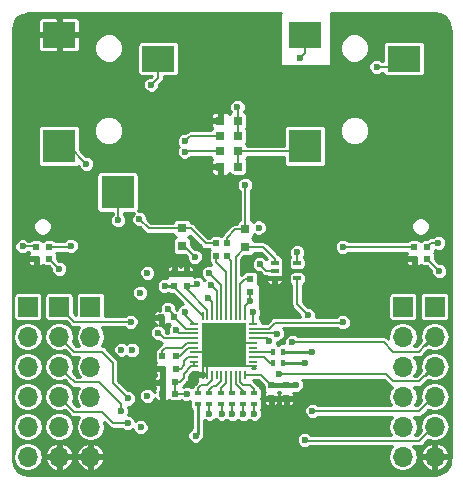
<source format=gbr>
G04 #@! TF.GenerationSoftware,KiCad,Pcbnew,(5.0.1-3-g963ef8bb5)*
G04 #@! TF.CreationDate,2019-01-09T17:43:23-05:00*
G04 #@! TF.ProjectId,Tympan_AIC_Shield,54796D70616E5F4149435F536869656C,rev?*
G04 #@! TF.SameCoordinates,PX6d878d0PY5279480*
G04 #@! TF.FileFunction,Copper,L1,Top,Signal*
G04 #@! TF.FilePolarity,Positive*
%FSLAX46Y46*%
G04 Gerber Fmt 4.6, Leading zero omitted, Abs format (unit mm)*
G04 Created by KiCad (PCBNEW (5.0.1-3-g963ef8bb5)) date Wednesday, January 09, 2019 at 05:43:23 PM*
%MOMM*%
%LPD*%
G01*
G04 APERTURE LIST*
G04 #@! TA.AperFunction,SMDPad,CuDef*
%ADD10R,0.800000X0.750000*%
G04 #@! TD*
G04 #@! TA.AperFunction,SMDPad,CuDef*
%ADD11R,0.750000X0.800000*%
G04 #@! TD*
G04 #@! TA.AperFunction,SMDPad,CuDef*
%ADD12R,0.200000X0.750000*%
G04 #@! TD*
G04 #@! TA.AperFunction,SMDPad,CuDef*
%ADD13R,0.750000X0.200000*%
G04 #@! TD*
G04 #@! TA.AperFunction,SMDPad,CuDef*
%ADD14R,1.900000X1.900000*%
G04 #@! TD*
G04 #@! TA.AperFunction,SMDPad,CuDef*
%ADD15R,2.800000X2.800000*%
G04 #@! TD*
G04 #@! TA.AperFunction,SMDPad,CuDef*
%ADD16R,2.800000X2.200000*%
G04 #@! TD*
G04 #@! TA.AperFunction,SMDPad,CuDef*
%ADD17R,0.500000X0.600000*%
G04 #@! TD*
G04 #@! TA.AperFunction,SMDPad,CuDef*
%ADD18R,0.600000X0.500000*%
G04 #@! TD*
G04 #@! TA.AperFunction,ComponentPad*
%ADD19R,1.700000X1.700000*%
G04 #@! TD*
G04 #@! TA.AperFunction,ComponentPad*
%ADD20O,1.700000X1.700000*%
G04 #@! TD*
G04 #@! TA.AperFunction,SMDPad,CuDef*
%ADD21R,0.650000X0.400000*%
G04 #@! TD*
G04 #@! TA.AperFunction,SMDPad,CuDef*
%ADD22R,0.600000X0.400000*%
G04 #@! TD*
G04 #@! TA.AperFunction,SMDPad,CuDef*
%ADD23R,0.400000X0.600000*%
G04 #@! TD*
G04 #@! TA.AperFunction,ViaPad*
%ADD24C,0.600000*%
G04 #@! TD*
G04 #@! TA.AperFunction,Conductor*
%ADD25C,0.177800*%
G04 #@! TD*
G04 #@! TA.AperFunction,Conductor*
%ADD26C,0.203200*%
G04 #@! TD*
G04 #@! TA.AperFunction,Conductor*
%ADD27C,0.381000*%
G04 #@! TD*
G04 #@! TA.AperFunction,Conductor*
%ADD28C,0.250000*%
G04 #@! TD*
G04 #@! TA.AperFunction,Conductor*
%ADD29C,0.254000*%
G04 #@! TD*
G04 APERTURE END LIST*
D10*
G04 #@! TO.P,R12,1*
G04 #@! TO.N,/HPL*
X18050000Y27850000D03*
G04 #@! TO.P,R12,2*
G04 #@! TO.N,Net-(J1-Pad2)*
X19550000Y27850000D03*
G04 #@! TD*
G04 #@! TO.P,R13,1*
G04 #@! TO.N,/HPR*
X18050000Y29150000D03*
G04 #@! TO.P,R13,2*
G04 #@! TO.N,Net-(J1-Pad3)*
X19550000Y29150000D03*
G04 #@! TD*
G04 #@! TO.P,R14,1*
G04 #@! TO.N,Net-(J1-Pad2)*
X19550000Y26550000D03*
G04 #@! TO.P,R14,2*
G04 #@! TO.N,GND*
X18050000Y26550000D03*
G04 #@! TD*
D11*
G04 #@! TO.P,R15,1*
G04 #@! TO.N,/MICBIAS*
X20175000Y19750000D03*
G04 #@! TO.P,R15,2*
G04 #@! TO.N,Net-(C12-Pad2)*
X20175000Y21250000D03*
G04 #@! TD*
G04 #@! TO.P,R16,1*
G04 #@! TO.N,Net-(C13-Pad2)*
X14800000Y21325000D03*
G04 #@! TO.P,R16,2*
G04 #@! TO.N,Net-(R16-Pad2)*
X14800000Y19825000D03*
G04 #@! TD*
D10*
G04 #@! TO.P,R17,1*
G04 #@! TO.N,Net-(J1-Pad3)*
X19550000Y30450000D03*
G04 #@! TO.P,R17,2*
G04 #@! TO.N,GND*
X18050000Y30450000D03*
G04 #@! TD*
D12*
G04 #@! TO.P,U2,1*
G04 #@! TO.N,GND*
X16544600Y8933000D03*
G04 #@! TO.P,U2,2*
X16944600Y8933000D03*
G04 #@! TO.P,U2,3*
G04 #@! TO.N,Net-(R2-Pad2)*
X17344600Y8933000D03*
G04 #@! TO.P,U2,4*
G04 #@! TO.N,Net-(U2-Pad4)*
X17744600Y8933000D03*
G04 #@! TO.P,U2,5*
G04 #@! TO.N,Net-(R7-Pad2)*
X18144600Y8933000D03*
G04 #@! TO.P,U2,6*
G04 #@! TO.N,Net-(R3-Pad2)*
X18544600Y8933000D03*
G04 #@! TO.P,U2,7*
G04 #@! TO.N,Net-(R4-Pad2)*
X18944600Y8933000D03*
G04 #@! TO.P,U2,8*
G04 #@! TO.N,Net-(R5-Pad2)*
X19344600Y8933000D03*
G04 #@! TO.P,U2,9*
G04 #@! TO.N,Net-(R6-Pad2)*
X19744600Y8933000D03*
G04 #@! TO.P,U2,10*
G04 #@! TO.N,+3V3*
X20144600Y8933000D03*
D13*
G04 #@! TO.P,U2,11*
G04 #@! TO.N,GND*
X20844600Y9633000D03*
G04 #@! TO.P,U2,12*
G04 #@! TO.N,Net-(U2-Pad12)*
X20844600Y10033000D03*
G04 #@! TO.P,U2,13*
G04 #@! TO.N,Net-(R10-Pad2)*
X20844600Y10433000D03*
G04 #@! TO.P,U2,14*
G04 #@! TO.N,Net-(R9-Pad2)*
X20844600Y10833000D03*
G04 #@! TO.P,U2,15*
G04 #@! TO.N,Net-(U2-Pad15)*
X20844600Y11233000D03*
G04 #@! TO.P,U2,16*
G04 #@! TO.N,GND*
X20844600Y11633000D03*
G04 #@! TO.P,U2,17*
G04 #@! TO.N,/IN1_L_1*
X20844600Y12033000D03*
G04 #@! TO.P,U2,18*
G04 #@! TO.N,/IN1_R_1*
X20844600Y12433000D03*
G04 #@! TO.P,U2,19*
G04 #@! TO.N,/IN2_L_1*
X20844600Y12833000D03*
G04 #@! TO.P,U2,20*
G04 #@! TO.N,/IN2_R_1*
X20844600Y13233000D03*
D12*
G04 #@! TO.P,U2,21*
G04 #@! TO.N,GND*
X20144600Y13933000D03*
G04 #@! TO.P,U2,22*
G04 #@! TO.N,Net-(C11-Pad1)*
X19744600Y13933000D03*
G04 #@! TO.P,U2,23*
G04 #@! TO.N,/MICBIAS*
X19344600Y13933000D03*
G04 #@! TO.P,U2,24*
G04 #@! TO.N,Net-(C12-Pad1)*
X18944600Y13933000D03*
G04 #@! TO.P,U2,25*
G04 #@! TO.N,Net-(C13-Pad1)*
X18544600Y13933000D03*
G04 #@! TO.P,U2,26*
G04 #@! TO.N,/LOL_1*
X18144600Y13933000D03*
G04 #@! TO.P,U2,27*
G04 #@! TO.N,/LOR_1*
X17744600Y13933000D03*
G04 #@! TO.P,U2,28*
G04 #@! TO.N,GND*
X17344600Y13933000D03*
G04 #@! TO.P,U2,29*
G04 #@! TO.N,+1V8*
X16944600Y13933000D03*
G04 #@! TO.P,U2,30*
G04 #@! TO.N,+3V3*
X16544600Y13933000D03*
D13*
G04 #@! TO.P,U2,31*
G04 #@! TO.N,/HPL*
X15844600Y13233000D03*
G04 #@! TO.P,U2,32*
G04 #@! TO.N,+1V8*
X15844600Y12833000D03*
G04 #@! TO.P,U2,33*
G04 #@! TO.N,/HPR*
X15844600Y12433000D03*
G04 #@! TO.P,U2,34*
G04 #@! TO.N,/MICDET*
X15844600Y12033000D03*
G04 #@! TO.P,U2,35*
G04 #@! TO.N,Net-(C8-Pad1)*
X15844600Y11633000D03*
G04 #@! TO.P,U2,36*
G04 #@! TO.N,Net-(C2-Pad1)*
X15844600Y11233000D03*
G04 #@! TO.P,U2,37*
G04 #@! TO.N,GND*
X15844600Y10833000D03*
G04 #@! TO.P,U2,38*
G04 #@! TO.N,Net-(C2-Pad2)*
X15844600Y10433000D03*
G04 #@! TO.P,U2,39*
G04 #@! TO.N,+1V8*
X15844600Y10033000D03*
G04 #@! TO.P,U2,40*
X15844600Y9633000D03*
D14*
G04 #@! TO.P,U2,41*
G04 #@! TO.N,GND*
X19294600Y12383000D03*
X17394600Y12383000D03*
X19294600Y10483000D03*
X17394600Y10483000D03*
G04 #@! TD*
D15*
G04 #@! TO.P,J2,4*
G04 #@! TO.N,/MICDET*
X9350000Y24400000D03*
G04 #@! TO.P,J2,2*
G04 #@! TO.N,Net-(C12-Pad2)*
X4400000Y28300000D03*
D16*
G04 #@! TO.P,J2,3*
G04 #@! TO.N,Net-(C13-Pad2)*
X12800000Y35700000D03*
G04 #@! TO.P,J2,1*
G04 #@! TO.N,GND*
X4400000Y37700000D03*
G04 #@! TD*
D15*
G04 #@! TO.P,J1,2*
G04 #@! TO.N,Net-(J1-Pad2)*
X25200000Y28300000D03*
D16*
G04 #@! TO.P,J1,3*
G04 #@! TO.N,Net-(J1-Pad3)*
X33600000Y35700000D03*
G04 #@! TO.P,J1,1*
G04 #@! TO.N,GND*
X25200000Y37700000D03*
G04 #@! TD*
D17*
G04 #@! TO.P,C2,1*
G04 #@! TO.N,Net-(C2-Pad1)*
X14267900Y10560600D03*
G04 #@! TO.P,C2,2*
G04 #@! TO.N,Net-(C2-Pad2)*
X14267900Y9460600D03*
G04 #@! TD*
G04 #@! TO.P,C3,1*
G04 #@! TO.N,GND*
X14140900Y17532900D03*
G04 #@! TO.P,C3,2*
G04 #@! TO.N,+3V3*
X14140900Y16432900D03*
G04 #@! TD*
G04 #@! TO.P,C4,1*
G04 #@! TO.N,GND*
X22350600Y6940700D03*
G04 #@! TO.P,C4,2*
G04 #@! TO.N,+3V3*
X22350600Y8040700D03*
G04 #@! TD*
G04 #@! TO.P,C5,1*
G04 #@! TO.N,GND*
X23646000Y6940700D03*
G04 #@! TO.P,C5,2*
G04 #@! TO.N,+3V3*
X23646000Y8040700D03*
G04 #@! TD*
D18*
G04 #@! TO.P,C6,1*
G04 #@! TO.N,+1V8*
X14246400Y7330900D03*
G04 #@! TO.P,C6,2*
G04 #@! TO.N,GND*
X13146400Y7330900D03*
G04 #@! TD*
G04 #@! TO.P,C7,1*
G04 #@! TO.N,+1V8*
X14246400Y8308800D03*
G04 #@! TO.P,C7,2*
G04 #@! TO.N,GND*
X13146400Y8308800D03*
G04 #@! TD*
D17*
G04 #@! TO.P,C8,1*
G04 #@! TO.N,Net-(C8-Pad1)*
X13150300Y10560600D03*
G04 #@! TO.P,C8,2*
G04 #@! TO.N,GND*
X13150300Y9460600D03*
G04 #@! TD*
D18*
G04 #@! TO.P,C9,1*
G04 #@! TO.N,+1V8*
X14150000Y13800000D03*
G04 #@! TO.P,C9,2*
G04 #@! TO.N,GND*
X13050000Y13800000D03*
G04 #@! TD*
D17*
G04 #@! TO.P,C10,1*
G04 #@! TO.N,+1V8*
X15195000Y16432900D03*
G04 #@! TO.P,C10,2*
G04 #@! TO.N,GND*
X15195000Y17532900D03*
G04 #@! TD*
G04 #@! TO.P,C11,1*
G04 #@! TO.N,Net-(C11-Pad1)*
X20600000Y17050000D03*
G04 #@! TO.P,C11,2*
G04 #@! TO.N,GND*
X20600000Y15950000D03*
G04 #@! TD*
G04 #@! TO.P,C12,1*
G04 #@! TO.N,Net-(C12-Pad1)*
X18600000Y18950000D03*
G04 #@! TO.P,C12,2*
G04 #@! TO.N,Net-(C12-Pad2)*
X18600000Y20050000D03*
G04 #@! TD*
G04 #@! TO.P,C13,1*
G04 #@! TO.N,Net-(C13-Pad1)*
X17700000Y18950000D03*
G04 #@! TO.P,C13,2*
G04 #@! TO.N,Net-(C13-Pad2)*
X17700000Y20050000D03*
G04 #@! TD*
D18*
G04 #@! TO.P,C16,1*
G04 #@! TO.N,GND*
X34450000Y18750000D03*
G04 #@! TO.P,C16,2*
G04 #@! TO.N,+3V3*
X35550000Y18750000D03*
G04 #@! TD*
G04 #@! TO.P,C17,1*
G04 #@! TO.N,/IN2_L_1*
X34450000Y19750000D03*
G04 #@! TO.P,C17,2*
G04 #@! TO.N,Net-(C17-Pad2)*
X35550000Y19750000D03*
G04 #@! TD*
G04 #@! TO.P,C18,1*
G04 #@! TO.N,GND*
X2450000Y18750000D03*
G04 #@! TO.P,C18,2*
G04 #@! TO.N,+3V3*
X3550000Y18750000D03*
G04 #@! TD*
G04 #@! TO.P,C19,1*
G04 #@! TO.N,/IN2_R_1*
X3550000Y19750000D03*
G04 #@! TO.P,C19,2*
G04 #@! TO.N,Net-(C19-Pad2)*
X2450000Y19750000D03*
G04 #@! TD*
D19*
G04 #@! TO.P,P3,1*
G04 #@! TO.N,+3V3*
X36200000Y14700000D03*
D20*
G04 #@! TO.P,P3,2*
G04 #@! TO.N,/DOUT_1*
X36200000Y12160000D03*
G04 #@! TO.P,P3,3*
G04 #@! TO.N,/DIN_1*
X36200000Y9620000D03*
G04 #@! TO.P,P3,4*
G04 #@! TO.N,/SDA2*
X36200000Y7080000D03*
G04 #@! TO.P,P3,5*
G04 #@! TO.N,/SCL2*
X36200000Y4540000D03*
G04 #@! TO.P,P3,6*
G04 #@! TO.N,GND*
X36200000Y2000000D03*
G04 #@! TD*
D19*
G04 #@! TO.P,P4,1*
G04 #@! TO.N,/M_BIAS_1*
X4400000Y14700000D03*
D20*
G04 #@! TO.P,P4,2*
G04 #@! TO.N,/MCLK*
X4400000Y12160000D03*
G04 #@! TO.P,P4,3*
G04 #@! TO.N,/BCLK*
X4400000Y9620000D03*
G04 #@! TO.P,P4,4*
G04 #@! TO.N,/WCLK*
X4400000Y7080000D03*
G04 #@! TO.P,P4,5*
G04 #@! TO.N,/nRESET_1*
X4400000Y4540000D03*
G04 #@! TO.P,P4,6*
G04 #@! TO.N,GND*
X4400000Y2000000D03*
G04 #@! TD*
D19*
G04 #@! TO.P,P5,1*
G04 #@! TO.N,+1V8*
X7050000Y14700000D03*
D20*
G04 #@! TO.P,P5,2*
G04 #@! TO.N,Net-(C23-Pad2)*
X7050000Y12160000D03*
G04 #@! TO.P,P5,3*
G04 #@! TO.N,Net-(C24-Pad2)*
X7050000Y9620000D03*
G04 #@! TO.P,P5,4*
G04 #@! TO.N,Net-(C25-Pad2)*
X7050000Y7080000D03*
G04 #@! TO.P,P5,5*
G04 #@! TO.N,Net-(C26-Pad2)*
X7050000Y4540000D03*
G04 #@! TO.P,P5,6*
G04 #@! TO.N,GND*
X7050000Y2000000D03*
G04 #@! TD*
D21*
G04 #@! TO.P,U3,1*
G04 #@! TO.N,/MICBIAS*
X22650000Y18400000D03*
G04 #@! TO.P,U3,3*
G04 #@! TO.N,GND*
X22650000Y17100000D03*
G04 #@! TO.P,U3,2*
G04 #@! TO.N,Net-(R16-Pad2)*
X22650000Y17750000D03*
G04 #@! TO.P,U3,4*
G04 #@! TO.N,/M_BIAS_1*
X24550000Y17100000D03*
G04 #@! TO.P,U3,5*
G04 #@! TO.N,+3V3*
X24550000Y18400000D03*
G04 #@! TD*
D19*
G04 #@! TO.P,P2,1*
G04 #@! TO.N,/TX_3*
X33500000Y14700000D03*
D20*
G04 #@! TO.P,P2,2*
G04 #@! TO.N,/RX_3*
X33500000Y12160000D03*
G04 #@! TO.P,P2,3*
G04 #@! TO.N,/MISO_2*
X33500000Y9620000D03*
G04 #@! TO.P,P2,4*
G04 #@! TO.N,/MOSI_2*
X33500000Y7080000D03*
G04 #@! TO.P,P2,5*
G04 #@! TO.N,/SCK_2*
X33500000Y4540000D03*
G04 #@! TO.P,P2,6*
G04 #@! TO.N,/SS_2*
X33500000Y2000000D03*
G04 #@! TD*
G04 #@! TO.P,P1,6*
G04 #@! TO.N,Net-(P1-Pad6)*
X1750000Y2000000D03*
G04 #@! TO.P,P1,5*
G04 #@! TO.N,Net-(P1-Pad5)*
X1750000Y4540000D03*
G04 #@! TO.P,P1,4*
G04 #@! TO.N,Net-(P1-Pad4)*
X1750000Y7080000D03*
G04 #@! TO.P,P1,3*
G04 #@! TO.N,Net-(P1-Pad3)*
X1750000Y9620000D03*
G04 #@! TO.P,P1,2*
G04 #@! TO.N,Net-(P1-Pad2)*
X1750000Y12160000D03*
D19*
G04 #@! TO.P,P1,1*
G04 #@! TO.N,Net-(P1-Pad1)*
X1750000Y14700000D03*
G04 #@! TD*
D22*
G04 #@! TO.P,R2,2*
G04 #@! TO.N,Net-(R2-Pad2)*
X16175000Y7375000D03*
G04 #@! TO.P,R2,1*
G04 #@! TO.N,/nRESET_1*
X16175000Y6475000D03*
G04 #@! TD*
G04 #@! TO.P,R3,1*
G04 #@! TO.N,/BCLK*
X18075000Y6475000D03*
G04 #@! TO.P,R3,2*
G04 #@! TO.N,Net-(R3-Pad2)*
X18075000Y7375000D03*
G04 #@! TD*
G04 #@! TO.P,R4,2*
G04 #@! TO.N,Net-(R4-Pad2)*
X19025000Y7375000D03*
G04 #@! TO.P,R4,1*
G04 #@! TO.N,/WCLK*
X19025000Y6475000D03*
G04 #@! TD*
G04 #@! TO.P,R5,1*
G04 #@! TO.N,/DIN_1*
X19975000Y6475000D03*
G04 #@! TO.P,R5,2*
G04 #@! TO.N,Net-(R5-Pad2)*
X19975000Y7375000D03*
G04 #@! TD*
G04 #@! TO.P,R6,2*
G04 #@! TO.N,Net-(R6-Pad2)*
X20925000Y7375000D03*
G04 #@! TO.P,R6,1*
G04 #@! TO.N,/DOUT_1*
X20925000Y6475000D03*
G04 #@! TD*
G04 #@! TO.P,R7,1*
G04 #@! TO.N,/MCLK*
X17125000Y6475000D03*
G04 #@! TO.P,R7,2*
G04 #@! TO.N,Net-(R7-Pad2)*
X17125000Y7375000D03*
G04 #@! TD*
D23*
G04 #@! TO.P,R9,2*
G04 #@! TO.N,Net-(R9-Pad2)*
X22479300Y10900000D03*
G04 #@! TO.P,R9,1*
G04 #@! TO.N,/SDA2*
X23379300Y10900000D03*
G04 #@! TD*
G04 #@! TO.P,R10,1*
G04 #@! TO.N,/SCL2*
X23379300Y9947100D03*
G04 #@! TO.P,R10,2*
G04 #@! TO.N,Net-(R10-Pad2)*
X22479300Y9947100D03*
G04 #@! TD*
D24*
G04 #@! TO.N,GND*
X17000000Y15400000D03*
X36750000Y23600000D03*
X32250000Y22350000D03*
X1100000Y21050000D03*
X5600000Y22300000D03*
X19294600Y12383000D03*
X17394600Y12383000D03*
X23000000Y6175000D03*
X24766379Y35718390D03*
X21550000Y17150000D03*
X20600000Y15200008D03*
X17394600Y10456090D03*
X19294600Y10456090D03*
G04 #@! TO.N,+3V3*
X36600000Y17700000D03*
X4400000Y17900000D03*
X24550000Y19299998D03*
X24450000Y8075000D03*
X13343903Y16450000D03*
G04 #@! TO.N,+1V8*
X16100000Y16600000D03*
X13600000Y14500000D03*
X15200000Y7300000D03*
G04 #@! TO.N,Net-(C17-Pad2)*
X36500000Y20100000D03*
G04 #@! TO.N,Net-(C19-Pad2)*
X1300000Y19800000D03*
G04 #@! TO.N,Net-(J1-Pad3)*
X19500000Y31600000D03*
X31275000Y35000000D03*
G04 #@! TO.N,/MICDET*
X9400000Y22000000D03*
X12775003Y12500003D03*
G04 #@! TO.N,/BCLK*
X18175000Y5650000D03*
X9650000Y5825000D03*
G04 #@! TO.N,/MCLK*
X17125000Y5650000D03*
X10250000Y6925000D03*
G04 #@! TO.N,/WCLK*
X19075000Y5575000D03*
X10200000Y4850000D03*
G04 #@! TO.N,/HPL*
X15050000Y14250000D03*
X15050000Y27825000D03*
G04 #@! TO.N,/HPR*
X14275000Y12700000D03*
X15025000Y28700000D03*
G04 #@! TO.N,Net-(R16-Pad2)*
X15900000Y18925000D03*
X21400000Y18300000D03*
G04 #@! TO.N,Net-(C12-Pad2)*
X6700000Y26800000D03*
X20150000Y25000000D03*
G04 #@! TO.N,Net-(C13-Pad2)*
X12200000Y33500000D03*
X11200000Y22100000D03*
G04 #@! TO.N,/nRESET_1*
X15950000Y3775000D03*
G04 #@! TO.N,/DIN_1*
X22975000Y9000000D03*
X19975000Y5600000D03*
G04 #@! TO.N,/DOUT_1*
X24125000Y11700000D03*
X20925000Y5650000D03*
G04 #@! TO.N,/SDA2*
X25800000Y10825000D03*
X25850000Y5875000D03*
G04 #@! TO.N,/SCL2*
X25200000Y3425000D03*
X25177902Y9947110D03*
G04 #@! TO.N,/M_BIAS_1*
X10450000Y13425000D03*
X25500000Y13950000D03*
G04 #@! TO.N,/IN2_L_1*
X28425000Y13375000D03*
X28425002Y19775000D03*
G04 #@! TO.N,/IN2_R_1*
X5400000Y19850000D03*
X21300000Y21400000D03*
X20850000Y14225000D03*
G04 #@! TO.N,/IN1_R_1*
X22825000Y12425000D03*
X9672364Y11060835D03*
G04 #@! TO.N,/IN1_L_1*
X22200000Y11800000D03*
X10575000Y11025000D03*
G04 #@! TO.N,/LOL_1*
X17100000Y17550000D03*
X11875000Y17575000D03*
X11850000Y7150000D03*
G04 #@! TO.N,/LOR_1*
X17250000Y16500000D03*
X11275000Y15875000D03*
X11300000Y4500000D03*
G04 #@! TD*
D25*
G04 #@! TO.N,GND*
X17344600Y15055400D02*
X17344600Y13933000D01*
X17344600Y15055400D02*
X17000000Y15400000D01*
D26*
X20144600Y13933000D02*
X20144600Y14494600D01*
D25*
X17344600Y12433000D02*
X17394600Y12383000D01*
D27*
X13150300Y9460600D02*
X13150300Y8312700D01*
X13150300Y8312700D02*
X13146400Y8308800D01*
X15195000Y17532900D02*
X14140900Y17532900D01*
X13146400Y7330900D02*
X13146400Y8308800D01*
D25*
X16544600Y8933000D02*
X16944600Y8933000D01*
X20844600Y11633000D02*
X20044600Y11633000D01*
X20044600Y11633000D02*
X19294600Y12383000D01*
X20621800Y15979600D02*
X20605200Y15963000D01*
D27*
X22350600Y6940700D02*
X22981600Y6940700D01*
X23000000Y6899264D02*
X23000000Y6175000D01*
X23646000Y6940700D02*
X23015000Y6940700D01*
X22981600Y6940700D02*
X23000000Y6922300D01*
X23000000Y6922300D02*
X23000000Y6899264D01*
X23000000Y6925700D02*
X23000000Y6899264D01*
X23015000Y6940700D02*
X23000000Y6925700D01*
D26*
X25200000Y36152011D02*
X25066378Y36018389D01*
X25200000Y37700000D02*
X25200000Y36152011D01*
X25066378Y36018389D02*
X24766379Y35718390D01*
X21600000Y17100000D02*
X21550000Y17150000D01*
X22650000Y17100000D02*
X21600000Y17100000D01*
X20144600Y13933000D02*
X20144600Y14744608D01*
X20144600Y14744608D02*
X20300001Y14900009D01*
X20300001Y14900009D02*
X20600000Y15200008D01*
X20600000Y15200008D02*
X20600000Y15950000D01*
D25*
X17094601Y10156091D02*
X17394600Y10456090D01*
X17017690Y10833000D02*
X17094601Y10756089D01*
X16544600Y9606090D02*
X17094601Y10156091D01*
X19294600Y12383000D02*
X19294600Y10456090D01*
X16544600Y8933000D02*
X16544600Y9606090D01*
X20117690Y9633000D02*
X19594599Y10156091D01*
X17094601Y10756089D02*
X17394600Y10456090D01*
X20844600Y9633000D02*
X20117690Y9633000D01*
X16944600Y8933000D02*
X16944600Y10006090D01*
X19594599Y10156091D02*
X19294600Y10456090D01*
X17394600Y12383000D02*
X17394600Y10456090D01*
X16944600Y10006090D02*
X17094601Y10156091D01*
X15844600Y10833000D02*
X17017690Y10833000D01*
D26*
G04 #@! TO.N,+3V3*
X35550000Y18750000D02*
X36600000Y17700000D01*
X3550000Y18750000D02*
X4400000Y17900000D01*
D25*
X20144600Y8933000D02*
X21458300Y8933000D01*
X21458300Y8933000D02*
X22350600Y8040700D01*
X20144600Y8933000D02*
X20144600Y8671700D01*
X20144600Y8933000D02*
X20144600Y8786000D01*
X24550000Y18400000D02*
X24550000Y19299998D01*
D27*
X23646000Y8040700D02*
X24415700Y8040700D01*
X24415700Y8040700D02*
X24450000Y8075000D01*
X22350600Y8040700D02*
X23646000Y8040700D01*
D25*
X16544600Y13933000D02*
X14140900Y16336700D01*
X14140900Y16336700D02*
X14140900Y16432900D01*
D27*
X14140900Y16432900D02*
X14124300Y16449500D01*
D28*
X13361003Y16432900D02*
X13343903Y16450000D01*
X14140900Y16432900D02*
X13361003Y16432900D01*
D25*
G04 #@! TO.N,Net-(C2-Pad1)*
X15844600Y11233000D02*
X15337900Y11233000D01*
X14665500Y10560600D02*
X14267900Y10560600D01*
X15337900Y11233000D02*
X14665500Y10560600D01*
X14318000Y10610700D02*
X14267900Y10560600D01*
G04 #@! TO.N,Net-(C2-Pad2)*
X15844600Y10433000D02*
X15325300Y10433000D01*
X14695800Y9460600D02*
X14267900Y9460600D01*
X14966400Y9731200D02*
X14695800Y9460600D01*
X14966400Y10074100D02*
X14966400Y9731200D01*
X15325300Y10433000D02*
X14966400Y10074100D01*
D26*
G04 #@! TO.N,+1V8*
X15195000Y16432900D02*
X15932900Y16432900D01*
X15932900Y16432900D02*
X16100000Y16600000D01*
X14150000Y13800000D02*
X14150000Y13950000D01*
X14150000Y13950000D02*
X13600000Y14500000D01*
X14246400Y7330900D02*
X15169100Y7330900D01*
X15169100Y7330900D02*
X15200000Y7300000D01*
D25*
X15844600Y12833000D02*
X15117000Y12833000D01*
X15117000Y12833000D02*
X14150000Y13800000D01*
D27*
X14246400Y7330900D02*
X14191700Y7276200D01*
D26*
X14246400Y7330900D02*
X14246400Y8308800D01*
D25*
X15844600Y9633000D02*
X15566700Y9633000D01*
X15566700Y9633000D02*
X14966400Y9032700D01*
X14623500Y8308800D02*
X14246400Y8308800D01*
X14966400Y8651700D02*
X14623500Y8308800D01*
X14966400Y9032700D02*
X14966400Y8651700D01*
X16944600Y13933000D02*
X16944600Y14420500D01*
X16944600Y14420500D02*
X15195000Y16170100D01*
X15195000Y16170100D02*
X15195000Y16432900D01*
D26*
X14150000Y13800000D02*
X14209600Y13859600D01*
D25*
X15844600Y10033000D02*
X15844600Y9633000D01*
G04 #@! TO.N,Net-(C8-Pad1)*
X15844600Y11633000D02*
X15203608Y11633000D01*
X13150300Y10975800D02*
X13150300Y10560600D01*
X13378900Y11204400D02*
X13150300Y10975800D01*
X14775008Y11204400D02*
X13378900Y11204400D01*
X15203608Y11633000D02*
X14775008Y11204400D01*
D26*
G04 #@! TO.N,Net-(C11-Pad1)*
X19744600Y13933000D02*
X19744600Y16644600D01*
X20150000Y17050000D02*
X20600000Y17050000D01*
X19744600Y16644600D02*
X20150000Y17050000D01*
G04 #@! TO.N,Net-(C17-Pad2)*
X35900000Y20100000D02*
X35550000Y19750000D01*
X36500000Y20100000D02*
X35900000Y20100000D01*
G04 #@! TO.N,Net-(C19-Pad2)*
X1300000Y19800000D02*
X2400000Y19800000D01*
X2400000Y19800000D02*
X2450000Y19750000D01*
D25*
G04 #@! TO.N,Net-(J1-Pad3)*
X19550000Y31550000D02*
X19500000Y31600000D01*
X19550000Y30450000D02*
X19550000Y31550000D01*
D26*
X31275000Y35000000D02*
X32900000Y35000000D01*
X32900000Y35000000D02*
X33600000Y35700000D01*
X19550000Y30450000D02*
X19550000Y29150000D01*
D25*
G04 #@! TO.N,/MICDET*
X9400000Y22000000D02*
X9400000Y24350000D01*
X9400000Y24350000D02*
X9350000Y24400000D01*
X13242006Y12033000D02*
X13075002Y12200004D01*
X15844600Y12033000D02*
X13242006Y12033000D01*
X13075002Y12200004D02*
X12775003Y12500003D01*
D26*
G04 #@! TO.N,/BCLK*
X5249999Y8770001D02*
X4400000Y9620000D01*
X5720000Y8300000D02*
X5249999Y8770001D01*
X7800000Y8300000D02*
X5720000Y8300000D01*
X9650000Y6450000D02*
X7800000Y8300000D01*
X9650000Y5825000D02*
X9650000Y6450000D01*
X18175000Y6375000D02*
X18075000Y6475000D01*
X18175000Y5650000D02*
X18175000Y6375000D01*
G04 #@! TO.N,/MCLK*
X5249999Y11310001D02*
X4400000Y12160000D01*
X5660000Y10900000D02*
X5249999Y11310001D01*
X8000000Y10900000D02*
X5660000Y10900000D01*
X8939999Y9960001D02*
X8000000Y10900000D01*
X8939999Y8235001D02*
X8939999Y9960001D01*
X10250000Y6925000D02*
X8939999Y8235001D01*
X17125000Y5650000D02*
X17125000Y6448200D01*
G04 #@! TO.N,/WCLK*
X5249999Y6230001D02*
X4400000Y7080000D01*
X5680000Y5800000D02*
X5249999Y6230001D01*
X8050000Y5800000D02*
X5680000Y5800000D01*
X9000000Y4850000D02*
X8050000Y5800000D01*
X10200000Y4850000D02*
X9000000Y4850000D01*
X19025000Y5625000D02*
X19025000Y6475000D01*
X19075000Y5575000D02*
X19025000Y5625000D01*
D25*
G04 #@! TO.N,Net-(R2-Pad2)*
X16175000Y7775000D02*
X16175000Y7375000D01*
X16450000Y8050000D02*
X16175000Y7775000D01*
X17344600Y8469600D02*
X16925000Y8050000D01*
X16925000Y8050000D02*
X16450000Y8050000D01*
X17344600Y8933000D02*
X17344600Y8469600D01*
G04 #@! TO.N,Net-(R3-Pad2)*
X18075000Y7775000D02*
X18075000Y7375000D01*
X18544600Y8244600D02*
X18075000Y7775000D01*
X18544600Y8933000D02*
X18544600Y8244600D01*
G04 #@! TO.N,Net-(R4-Pad2)*
X18944600Y7455400D02*
X19025000Y7375000D01*
X18944600Y8933000D02*
X18944600Y7455400D01*
G04 #@! TO.N,Net-(R5-Pad2)*
X19975000Y7525000D02*
X19975000Y7375000D01*
X19344600Y8155400D02*
X19975000Y7525000D01*
X19344600Y8933000D02*
X19344600Y8155400D01*
G04 #@! TO.N,Net-(R6-Pad2)*
X20925000Y7725000D02*
X20925000Y7375000D01*
X20550000Y8100000D02*
X20925000Y7725000D01*
X20001200Y8100000D02*
X20550000Y8100000D01*
X19744600Y8356600D02*
X20001200Y8100000D01*
X19744600Y8933000D02*
X19744600Y8356600D01*
G04 #@! TO.N,Net-(R7-Pad2)*
X17450000Y7975000D02*
X17125000Y7650000D01*
X17675000Y7975000D02*
X17450000Y7975000D01*
X17125000Y7650000D02*
X17125000Y7375000D01*
X18144600Y8444600D02*
X17675000Y7975000D01*
X18144600Y8933000D02*
X18144600Y8444600D01*
G04 #@! TO.N,Net-(R9-Pad2)*
X22479300Y10900000D02*
X22580000Y10900000D01*
X22412300Y10833000D02*
X22479300Y10900000D01*
X20844600Y10833000D02*
X22412300Y10833000D01*
G04 #@! TO.N,Net-(R10-Pad2)*
X22268900Y9947100D02*
X22479300Y9947100D01*
X21783000Y10433000D02*
X22268900Y9947100D01*
X20844600Y10433000D02*
X21783000Y10433000D01*
G04 #@! TO.N,/HPL*
X15075000Y27850000D02*
X15050000Y27825000D01*
X15050000Y14027600D02*
X15050000Y14250000D01*
X15844600Y13233000D02*
X15050000Y14027600D01*
X15075000Y27850000D02*
X18050000Y27850000D01*
G04 #@! TO.N,Net-(J1-Pad2)*
X19550000Y27850000D02*
X24750000Y27850000D01*
X24750000Y27850000D02*
X25200000Y28300000D01*
D26*
X19550000Y26550000D02*
X19575000Y26575000D01*
X25175000Y28325000D02*
X25200000Y28300000D01*
X19550000Y27850000D02*
X19550000Y26550000D01*
D25*
G04 #@! TO.N,/HPR*
X14542000Y12433000D02*
X14275000Y12700000D01*
X15025000Y28700000D02*
X15475000Y29150000D01*
X18050000Y29150000D02*
X15475000Y29150000D01*
X14542000Y12433000D02*
X15844600Y12433000D01*
G04 #@! TO.N,/MICBIAS*
X20175000Y19750000D02*
X19344600Y18919600D01*
X19344600Y18109200D02*
X19344600Y13933000D01*
X19344600Y18919600D02*
X19344600Y18109200D01*
D26*
X20175000Y19750000D02*
X21675000Y19750000D01*
X22650000Y18775000D02*
X22650000Y18400000D01*
X21675000Y19750000D02*
X22650000Y18775000D01*
G04 #@! TO.N,Net-(R16-Pad2)*
X14800000Y19825000D02*
X15000000Y19825000D01*
X15000000Y19825000D02*
X15900000Y18925000D01*
D25*
X14736200Y19761200D02*
X14800000Y19825000D01*
X21950000Y17750000D02*
X21699999Y18000001D01*
X22650000Y17750000D02*
X21950000Y17750000D01*
X21699999Y18000001D02*
X21400000Y18300000D01*
D26*
G04 #@! TO.N,/RX_3*
X33490000Y12225000D02*
X33500000Y12235000D01*
G04 #@! TO.N,Net-(C12-Pad1)*
X18944600Y13933000D02*
X18944600Y18605400D01*
X18944600Y18605400D02*
X18600000Y18950000D01*
G04 #@! TO.N,Net-(C13-Pad1)*
X18544600Y13933000D02*
X18544600Y17605400D01*
X17700000Y18450000D02*
X17700000Y18950000D01*
X18544600Y17605400D02*
X17700000Y18450000D01*
G04 #@! TO.N,Net-(C12-Pad2)*
X20175000Y21250000D02*
X20175000Y24975000D01*
X6700000Y26800000D02*
X5200000Y28300000D01*
X20175000Y24975000D02*
X20150000Y25000000D01*
X5200000Y28300000D02*
X4400000Y28300000D01*
X5450000Y28300000D02*
X4400000Y28300000D01*
D27*
X20175000Y21250000D02*
X20044800Y21380200D01*
D25*
X19622200Y21250000D02*
X20175000Y21250000D01*
X18600000Y20527800D02*
X19322200Y21250000D01*
X19322200Y21250000D02*
X19622200Y21250000D01*
X18600000Y20050000D02*
X18600000Y20527800D01*
D26*
G04 #@! TO.N,Net-(C13-Pad2)*
X17700000Y20050000D02*
X16800000Y20050000D01*
D25*
X11975000Y21325000D02*
X11200000Y22100000D01*
X11975000Y21325000D02*
X14800000Y21325000D01*
X12800000Y34100000D02*
X12800000Y35700000D01*
X12200000Y33500000D02*
X12800000Y34100000D01*
D26*
X13475000Y35025000D02*
X12800000Y35700000D01*
D27*
X14800000Y21325000D02*
X14866700Y21391700D01*
D25*
X15525000Y21325000D02*
X14800000Y21325000D01*
X16800000Y20050000D02*
X15525000Y21325000D01*
D28*
G04 #@! TO.N,/nRESET_1*
X16175000Y4000000D02*
X15950000Y3775000D01*
X16175000Y6475000D02*
X16175000Y4000000D01*
D26*
G04 #@! TO.N,/DIN_1*
X34855000Y8375000D02*
X35350001Y8870001D01*
D28*
X35350001Y8870001D02*
X36200000Y9720000D01*
D26*
X32700000Y8375000D02*
X34855000Y8375000D01*
X32075000Y9000000D02*
X32700000Y8375000D01*
X22975000Y9000000D02*
X32075000Y9000000D01*
X19975000Y6475000D02*
X19975000Y5600000D01*
D28*
G04 #@! TO.N,/DOUT_1*
X35350001Y11410001D02*
X36200000Y12260000D01*
D26*
X34840000Y10900000D02*
X35350001Y11410001D01*
X32675000Y10900000D02*
X34840000Y10900000D01*
X31875000Y11700000D02*
X32675000Y10900000D01*
X24125000Y11700000D02*
X31875000Y11700000D01*
X20925000Y6475000D02*
X20925000Y5650000D01*
G04 #@! TO.N,/SDA2*
X34895000Y5875000D02*
X36200000Y7180000D01*
X25850000Y5875000D02*
X34895000Y5875000D01*
D28*
X23454300Y10825000D02*
X25800000Y10825000D01*
D26*
X23379300Y10900000D02*
X23454300Y10825000D01*
G04 #@! TO.N,/SCL2*
X25275000Y3350000D02*
X34910000Y3350000D01*
X34910000Y3350000D02*
X36200000Y4640000D01*
D28*
X25200000Y3425000D02*
X25275000Y3350000D01*
X25177892Y9947100D02*
X25177902Y9947110D01*
X23379300Y9947100D02*
X25177892Y9947100D01*
D26*
G04 #@! TO.N,/M_BIAS_1*
X24550000Y14900000D02*
X25200001Y14249999D01*
X24550000Y17100000D02*
X24550000Y14900000D01*
X25200001Y14249999D02*
X25500000Y13950000D01*
X5675000Y13425000D02*
X4400000Y14700000D01*
X10450000Y13425000D02*
X5675000Y13425000D01*
G04 #@! TO.N,/IN2_L_1*
X20844600Y12833000D02*
X22183000Y12833000D01*
X22183000Y12833000D02*
X22700000Y13350000D01*
X22700000Y13350000D02*
X23925736Y13350000D01*
X23925736Y13350000D02*
X24350000Y13350000D01*
X24350000Y13350000D02*
X28400000Y13350000D01*
X34450000Y19750000D02*
X28450002Y19750000D01*
X28450002Y19750000D02*
X28425002Y19775000D01*
G04 #@! TO.N,/IN2_R_1*
X3550000Y19750000D02*
X5300000Y19750000D01*
X5300000Y19750000D02*
X5400000Y19850000D01*
X20844600Y14219600D02*
X20850000Y14225000D01*
X20844600Y13233000D02*
X20844600Y14219600D01*
D25*
G04 #@! TO.N,/IN1_R_1*
X22817000Y12433000D02*
X20844600Y12433000D01*
X22817000Y12433000D02*
X22825000Y12425000D01*
D26*
G04 #@! TO.N,/IN1_L_1*
X21967000Y12033000D02*
X22200000Y11800000D01*
X20844600Y12033000D02*
X21967000Y12033000D01*
D25*
G04 #@! TO.N,/LOL_1*
X18144600Y13933000D02*
X18144600Y16505400D01*
X18144600Y16505400D02*
X17100000Y17550000D01*
G04 #@! TO.N,/LOR_1*
X17744600Y13933000D02*
X17744600Y16005400D01*
X17744600Y16005400D02*
X17250000Y16500000D01*
G04 #@! TD*
D29*
G04 #@! TO.N,GND*
G36*
X23160197Y39539803D02*
X23132667Y39498601D01*
X23123000Y39450000D01*
X23123000Y35200000D01*
X23132970Y35150676D01*
X23160753Y35109645D01*
X23202124Y35082370D01*
X23250784Y35073002D01*
X27300784Y35098002D01*
X27348601Y35107667D01*
X27389803Y35135197D01*
X27389978Y35135459D01*
X30594000Y35135459D01*
X30594000Y34864541D01*
X30697676Y34614244D01*
X30889244Y34422676D01*
X31139541Y34319000D01*
X31410459Y34319000D01*
X31660756Y34422676D01*
X31755480Y34517400D01*
X31827966Y34517400D01*
X31841106Y34451341D01*
X31925314Y34325314D01*
X32051341Y34241106D01*
X32200000Y34211536D01*
X35000000Y34211536D01*
X35148659Y34241106D01*
X35274686Y34325314D01*
X35358894Y34451341D01*
X35388464Y34600000D01*
X35388464Y36800000D01*
X35358894Y36948659D01*
X35274686Y37074686D01*
X35148659Y37158894D01*
X35000000Y37188464D01*
X32200000Y37188464D01*
X32051341Y37158894D01*
X31925314Y37074686D01*
X31841106Y36948659D01*
X31811536Y36800000D01*
X31811536Y35482600D01*
X31755480Y35482600D01*
X31660756Y35577324D01*
X31410459Y35681000D01*
X31139541Y35681000D01*
X30889244Y35577324D01*
X30697676Y35385756D01*
X30594000Y35135459D01*
X27389978Y35135459D01*
X27417333Y35176399D01*
X27427000Y35225000D01*
X27427000Y36844861D01*
X28169000Y36844861D01*
X28169000Y36355139D01*
X28356408Y35902694D01*
X28702694Y35556408D01*
X29155139Y35369000D01*
X29644861Y35369000D01*
X30097306Y35556408D01*
X30443592Y35902694D01*
X30631000Y36355139D01*
X30631000Y36844861D01*
X30443592Y37297306D01*
X30097306Y37643592D01*
X29644861Y37831000D01*
X29155139Y37831000D01*
X28702694Y37643592D01*
X28356408Y37297306D01*
X28169000Y36844861D01*
X27427000Y36844861D01*
X27427000Y39475000D01*
X27417030Y39524324D01*
X27403707Y39544000D01*
X36099630Y39544000D01*
X36104960Y39541389D01*
X36178489Y39524346D01*
X36621546Y39457736D01*
X36960246Y39295094D01*
X37236147Y39040054D01*
X37424860Y38715161D01*
X37515761Y38322987D01*
X37519371Y38231115D01*
X37544001Y38102001D01*
X37544000Y1900370D01*
X37541389Y1895040D01*
X37524346Y1821511D01*
X37457736Y1378454D01*
X37295094Y1039754D01*
X37040054Y763853D01*
X36715162Y575141D01*
X36322983Y484239D01*
X36231115Y480629D01*
X36102007Y456000D01*
X1900370Y456000D01*
X1895040Y458611D01*
X1821511Y475654D01*
X1378454Y542264D01*
X1039754Y704906D01*
X763853Y959946D01*
X575141Y1284838D01*
X484239Y1677017D01*
X480629Y1768885D01*
X456000Y1897993D01*
X456000Y2000000D01*
X494884Y2000000D01*
X590424Y1519688D01*
X862499Y1112499D01*
X1269688Y840424D01*
X1628761Y769000D01*
X1871239Y769000D01*
X2230312Y840424D01*
X2637501Y1112499D01*
X2909576Y1519688D01*
X2942064Y1683020D01*
X3210511Y1683020D01*
X3334755Y1383036D01*
X3651944Y1022348D01*
X4083018Y810499D01*
X4273000Y870807D01*
X4273000Y1873000D01*
X4527000Y1873000D01*
X4527000Y870807D01*
X4716982Y810499D01*
X5148056Y1022348D01*
X5465245Y1383036D01*
X5589489Y1683020D01*
X5860511Y1683020D01*
X5984755Y1383036D01*
X6301944Y1022348D01*
X6733018Y810499D01*
X6923000Y870807D01*
X6923000Y1873000D01*
X7177000Y1873000D01*
X7177000Y870807D01*
X7366982Y810499D01*
X7798056Y1022348D01*
X8115245Y1383036D01*
X8239489Y1683020D01*
X8178627Y1873000D01*
X7177000Y1873000D01*
X6923000Y1873000D01*
X5921373Y1873000D01*
X5860511Y1683020D01*
X5589489Y1683020D01*
X5528627Y1873000D01*
X4527000Y1873000D01*
X4273000Y1873000D01*
X3271373Y1873000D01*
X3210511Y1683020D01*
X2942064Y1683020D01*
X3005116Y2000000D01*
X2942065Y2316980D01*
X3210511Y2316980D01*
X3271373Y2127000D01*
X4273000Y2127000D01*
X4273000Y3129193D01*
X4527000Y3129193D01*
X4527000Y2127000D01*
X5528627Y2127000D01*
X5589489Y2316980D01*
X5860511Y2316980D01*
X5921373Y2127000D01*
X6923000Y2127000D01*
X6923000Y3129193D01*
X7177000Y3129193D01*
X7177000Y2127000D01*
X8178627Y2127000D01*
X8239489Y2316980D01*
X8115245Y2616964D01*
X7798056Y2977652D01*
X7366982Y3189501D01*
X7177000Y3129193D01*
X6923000Y3129193D01*
X6733018Y3189501D01*
X6301944Y2977652D01*
X5984755Y2616964D01*
X5860511Y2316980D01*
X5589489Y2316980D01*
X5465245Y2616964D01*
X5148056Y2977652D01*
X4716982Y3189501D01*
X4527000Y3129193D01*
X4273000Y3129193D01*
X4083018Y3189501D01*
X3651944Y2977652D01*
X3334755Y2616964D01*
X3210511Y2316980D01*
X2942065Y2316980D01*
X2909576Y2480312D01*
X2637501Y2887501D01*
X2230312Y3159576D01*
X1871239Y3231000D01*
X1628761Y3231000D01*
X1269688Y3159576D01*
X862499Y2887501D01*
X590424Y2480312D01*
X494884Y2000000D01*
X456000Y2000000D01*
X456000Y4540000D01*
X494884Y4540000D01*
X590424Y4059688D01*
X862499Y3652499D01*
X1269688Y3380424D01*
X1628761Y3309000D01*
X1871239Y3309000D01*
X2230312Y3380424D01*
X2637501Y3652499D01*
X2909576Y4059688D01*
X3005116Y4540000D01*
X3144884Y4540000D01*
X3240424Y4059688D01*
X3512499Y3652499D01*
X3919688Y3380424D01*
X4278761Y3309000D01*
X4521239Y3309000D01*
X4880312Y3380424D01*
X5287501Y3652499D01*
X5559576Y4059688D01*
X5655116Y4540000D01*
X5559576Y5020312D01*
X5287501Y5427501D01*
X4880312Y5699576D01*
X4521239Y5771000D01*
X4278761Y5771000D01*
X3919688Y5699576D01*
X3512499Y5427501D01*
X3240424Y5020312D01*
X3144884Y4540000D01*
X3005116Y4540000D01*
X2909576Y5020312D01*
X2637501Y5427501D01*
X2230312Y5699576D01*
X1871239Y5771000D01*
X1628761Y5771000D01*
X1269688Y5699576D01*
X862499Y5427501D01*
X590424Y5020312D01*
X494884Y4540000D01*
X456000Y4540000D01*
X456000Y7080000D01*
X494884Y7080000D01*
X590424Y6599688D01*
X862499Y6192499D01*
X1269688Y5920424D01*
X1628761Y5849000D01*
X1871239Y5849000D01*
X2230312Y5920424D01*
X2637501Y6192499D01*
X2909576Y6599688D01*
X3005116Y7080000D01*
X2909576Y7560312D01*
X2637501Y7967501D01*
X2230312Y8239576D01*
X1871239Y8311000D01*
X1628761Y8311000D01*
X1269688Y8239576D01*
X862499Y7967501D01*
X590424Y7560312D01*
X494884Y7080000D01*
X456000Y7080000D01*
X456000Y9620000D01*
X494884Y9620000D01*
X590424Y9139688D01*
X862499Y8732499D01*
X1269688Y8460424D01*
X1628761Y8389000D01*
X1871239Y8389000D01*
X2230312Y8460424D01*
X2637501Y8732499D01*
X2909576Y9139688D01*
X3005116Y9620000D01*
X2909576Y10100312D01*
X2637501Y10507501D01*
X2230312Y10779576D01*
X1871239Y10851000D01*
X1628761Y10851000D01*
X1269688Y10779576D01*
X862499Y10507501D01*
X590424Y10100312D01*
X494884Y9620000D01*
X456000Y9620000D01*
X456000Y12160000D01*
X494884Y12160000D01*
X590424Y11679688D01*
X862499Y11272499D01*
X1269688Y11000424D01*
X1628761Y10929000D01*
X1871239Y10929000D01*
X2230312Y11000424D01*
X2637501Y11272499D01*
X2909576Y11679688D01*
X3005116Y12160000D01*
X3144884Y12160000D01*
X3240424Y11679688D01*
X3512499Y11272499D01*
X3919688Y11000424D01*
X4278761Y10929000D01*
X4521239Y10929000D01*
X4877614Y10999887D01*
X4942357Y10935144D01*
X4942360Y10935142D01*
X5285140Y10592361D01*
X5312065Y10552065D01*
X5471699Y10445401D01*
X5612471Y10417400D01*
X5612472Y10417400D01*
X5660000Y10407946D01*
X5707528Y10417400D01*
X6102295Y10417400D01*
X5890424Y10100312D01*
X5794884Y9620000D01*
X5890424Y9139688D01*
X6129023Y8782600D01*
X5919899Y8782600D01*
X5624858Y9077640D01*
X5624856Y9077643D01*
X5560113Y9142386D01*
X5655116Y9620000D01*
X5559576Y10100312D01*
X5287501Y10507501D01*
X4880312Y10779576D01*
X4521239Y10851000D01*
X4278761Y10851000D01*
X3919688Y10779576D01*
X3512499Y10507501D01*
X3240424Y10100312D01*
X3144884Y9620000D01*
X3240424Y9139688D01*
X3512499Y8732499D01*
X3919688Y8460424D01*
X4278761Y8389000D01*
X4521239Y8389000D01*
X4877614Y8459887D01*
X4942357Y8395144D01*
X4942360Y8395142D01*
X5345140Y7992361D01*
X5372065Y7952065D01*
X5525286Y7849686D01*
X5531699Y7845401D01*
X5720000Y7807946D01*
X5767529Y7817400D01*
X6062205Y7817400D01*
X5890424Y7560312D01*
X5794884Y7080000D01*
X5890424Y6599688D01*
X6102295Y6282600D01*
X5879899Y6282600D01*
X5624858Y6537640D01*
X5624856Y6537643D01*
X5560113Y6602386D01*
X5655116Y7080000D01*
X5559576Y7560312D01*
X5287501Y7967501D01*
X4880312Y8239576D01*
X4521239Y8311000D01*
X4278761Y8311000D01*
X3919688Y8239576D01*
X3512499Y7967501D01*
X3240424Y7560312D01*
X3144884Y7080000D01*
X3240424Y6599688D01*
X3512499Y6192499D01*
X3919688Y5920424D01*
X4278761Y5849000D01*
X4521239Y5849000D01*
X4877614Y5919887D01*
X4942357Y5855144D01*
X4942360Y5855142D01*
X5305140Y5492361D01*
X5332065Y5452065D01*
X5491699Y5345401D01*
X5632471Y5317400D01*
X5679999Y5307946D01*
X5727527Y5317400D01*
X6088932Y5317400D01*
X5890424Y5020312D01*
X5794884Y4540000D01*
X5890424Y4059688D01*
X6162499Y3652499D01*
X6569688Y3380424D01*
X6928761Y3309000D01*
X7171239Y3309000D01*
X7530312Y3380424D01*
X7937501Y3652499D01*
X8209576Y4059688D01*
X8305116Y4540000D01*
X8225067Y4942435D01*
X8625140Y4542361D01*
X8652065Y4502065D01*
X8727445Y4451698D01*
X8811698Y4395401D01*
X9000000Y4357946D01*
X9047529Y4367400D01*
X9719520Y4367400D01*
X9814244Y4272676D01*
X10064541Y4169000D01*
X10335459Y4169000D01*
X10585756Y4272676D01*
X10636170Y4323090D01*
X10722676Y4114244D01*
X10914244Y3922676D01*
X11164541Y3819000D01*
X11435459Y3819000D01*
X11685756Y3922676D01*
X11877324Y4114244D01*
X11981000Y4364541D01*
X11981000Y4635459D01*
X11877324Y4885756D01*
X11685756Y5077324D01*
X11435459Y5181000D01*
X11164541Y5181000D01*
X10914244Y5077324D01*
X10863830Y5026910D01*
X10777324Y5235756D01*
X10585756Y5427324D01*
X10335459Y5531000D01*
X10265330Y5531000D01*
X10331000Y5689541D01*
X10331000Y5960459D01*
X10227324Y6210756D01*
X10194080Y6244000D01*
X10385459Y6244000D01*
X10635756Y6347676D01*
X10827324Y6539244D01*
X10931000Y6789541D01*
X10931000Y7060459D01*
X10837803Y7285459D01*
X11169000Y7285459D01*
X11169000Y7014541D01*
X11272676Y6764244D01*
X11464244Y6572676D01*
X11714541Y6469000D01*
X11985459Y6469000D01*
X12235756Y6572676D01*
X12427324Y6764244D01*
X12496248Y6930642D01*
X12523404Y6865081D01*
X12630580Y6757904D01*
X12770614Y6699900D01*
X12924150Y6699900D01*
X13019400Y6795150D01*
X13019400Y7205900D01*
X12999400Y7205900D01*
X12999400Y7455900D01*
X13019400Y7455900D01*
X13019400Y8183800D01*
X12560650Y8183800D01*
X12465400Y8088550D01*
X12465400Y7983015D01*
X12523404Y7842981D01*
X12546535Y7819850D01*
X12523404Y7796719D01*
X12465400Y7656685D01*
X12465400Y7551150D01*
X12558648Y7457902D01*
X12465400Y7457902D01*
X12465400Y7443832D01*
X12427324Y7535756D01*
X12235756Y7727324D01*
X11985459Y7831000D01*
X11714541Y7831000D01*
X11464244Y7727324D01*
X11272676Y7535756D01*
X11169000Y7285459D01*
X10837803Y7285459D01*
X10827324Y7310756D01*
X10635756Y7502324D01*
X10385459Y7606000D01*
X10251499Y7606000D01*
X9422599Y8434899D01*
X9422599Y8634585D01*
X12465400Y8634585D01*
X12465400Y8529050D01*
X12560650Y8433800D01*
X13019400Y8433800D01*
X13019400Y8844550D01*
X13007200Y8856750D01*
X13025300Y8874850D01*
X13025300Y9333600D01*
X12614550Y9333600D01*
X12519300Y9238350D01*
X12519300Y9084814D01*
X12577304Y8944780D01*
X12637445Y8884640D01*
X12630580Y8881796D01*
X12523404Y8774619D01*
X12465400Y8634585D01*
X9422599Y8634585D01*
X9422599Y9912474D01*
X9432053Y9960002D01*
X9414877Y10046350D01*
X9394598Y10148302D01*
X9287934Y10307936D01*
X9247638Y10334861D01*
X8386205Y11196294D01*
X8991364Y11196294D01*
X8991364Y10925376D01*
X9095040Y10675079D01*
X9286608Y10483511D01*
X9536905Y10379835D01*
X9807823Y10379835D01*
X10058120Y10483511D01*
X10105765Y10531155D01*
X10189244Y10447676D01*
X10439541Y10344000D01*
X10710459Y10344000D01*
X10960756Y10447676D01*
X11152324Y10639244D01*
X11256000Y10889541D01*
X11256000Y11160459D01*
X11152324Y11410756D01*
X10960756Y11602324D01*
X10710459Y11706000D01*
X10439541Y11706000D01*
X10189244Y11602324D01*
X10141600Y11554679D01*
X10058120Y11638159D01*
X9807823Y11741835D01*
X9536905Y11741835D01*
X9286608Y11638159D01*
X9095040Y11446591D01*
X8991364Y11196294D01*
X8386205Y11196294D01*
X8374862Y11207636D01*
X8347935Y11247935D01*
X8188301Y11354599D01*
X8047529Y11382600D01*
X8047528Y11382600D01*
X8015346Y11389002D01*
X8209576Y11679688D01*
X8305116Y12160000D01*
X8209576Y12640312D01*
X8007727Y12942400D01*
X9969520Y12942400D01*
X10064244Y12847676D01*
X10314541Y12744000D01*
X10585459Y12744000D01*
X10835756Y12847676D01*
X11027324Y13039244D01*
X11131000Y13289541D01*
X11131000Y13560459D01*
X11027324Y13810756D01*
X10835756Y14002324D01*
X10585459Y14106000D01*
X10314541Y14106000D01*
X10064244Y14002324D01*
X9969520Y13907600D01*
X8288464Y13907600D01*
X8288464Y15550000D01*
X8258894Y15698659D01*
X8174686Y15824686D01*
X8048659Y15908894D01*
X7900000Y15938464D01*
X6200000Y15938464D01*
X6051341Y15908894D01*
X5925314Y15824686D01*
X5841106Y15698659D01*
X5811536Y15550000D01*
X5811536Y13970963D01*
X5638464Y14144035D01*
X5638464Y15550000D01*
X5608894Y15698659D01*
X5524686Y15824686D01*
X5398659Y15908894D01*
X5250000Y15938464D01*
X3550000Y15938464D01*
X3401341Y15908894D01*
X3275314Y15824686D01*
X3191106Y15698659D01*
X3161536Y15550000D01*
X3161536Y13850000D01*
X3191106Y13701341D01*
X3275314Y13575314D01*
X3401341Y13491106D01*
X3550000Y13461536D01*
X4955965Y13461536D01*
X5300140Y13117361D01*
X5327065Y13077065D01*
X5486699Y12970401D01*
X5627471Y12942400D01*
X5674999Y12932946D01*
X5722527Y12942400D01*
X6092273Y12942400D01*
X5890424Y12640312D01*
X5794884Y12160000D01*
X5890424Y11679688D01*
X6088932Y11382600D01*
X5859899Y11382600D01*
X5624858Y11617640D01*
X5624856Y11617643D01*
X5560113Y11682386D01*
X5655116Y12160000D01*
X5559576Y12640312D01*
X5287501Y13047501D01*
X4880312Y13319576D01*
X4521239Y13391000D01*
X4278761Y13391000D01*
X3919688Y13319576D01*
X3512499Y13047501D01*
X3240424Y12640312D01*
X3144884Y12160000D01*
X3005116Y12160000D01*
X2909576Y12640312D01*
X2637501Y13047501D01*
X2230312Y13319576D01*
X1871239Y13391000D01*
X1628761Y13391000D01*
X1269688Y13319576D01*
X862499Y13047501D01*
X590424Y12640312D01*
X494884Y12160000D01*
X456000Y12160000D01*
X456000Y15550000D01*
X511536Y15550000D01*
X511536Y13850000D01*
X541106Y13701341D01*
X625314Y13575314D01*
X751341Y13491106D01*
X900000Y13461536D01*
X2600000Y13461536D01*
X2748659Y13491106D01*
X2874686Y13575314D01*
X2958894Y13701341D01*
X2988464Y13850000D01*
X2988464Y15550000D01*
X2958894Y15698659D01*
X2874686Y15824686D01*
X2748659Y15908894D01*
X2600000Y15938464D01*
X900000Y15938464D01*
X751341Y15908894D01*
X625314Y15824686D01*
X541106Y15698659D01*
X511536Y15550000D01*
X456000Y15550000D01*
X456000Y16010459D01*
X10594000Y16010459D01*
X10594000Y15739541D01*
X10697676Y15489244D01*
X10889244Y15297676D01*
X11139541Y15194000D01*
X11410459Y15194000D01*
X11660756Y15297676D01*
X11852324Y15489244D01*
X11956000Y15739541D01*
X11956000Y16010459D01*
X11852324Y16260756D01*
X11660756Y16452324D01*
X11410459Y16556000D01*
X11139541Y16556000D01*
X10889244Y16452324D01*
X10697676Y16260756D01*
X10594000Y16010459D01*
X456000Y16010459D01*
X456000Y18529750D01*
X1769000Y18529750D01*
X1769000Y18424215D01*
X1827004Y18284181D01*
X1934180Y18177004D01*
X2074214Y18119000D01*
X2227750Y18119000D01*
X2323000Y18214250D01*
X2323000Y18625000D01*
X1864250Y18625000D01*
X1769000Y18529750D01*
X456000Y18529750D01*
X456000Y19935459D01*
X619000Y19935459D01*
X619000Y19664541D01*
X722676Y19414244D01*
X914244Y19222676D01*
X1164541Y19119000D01*
X1435459Y19119000D01*
X1685756Y19222676D01*
X1780480Y19317400D01*
X1813785Y19317400D01*
X1859767Y19248582D01*
X1827004Y19215819D01*
X1769000Y19075785D01*
X1769000Y18970250D01*
X1864250Y18875000D01*
X2323000Y18875000D01*
X2323000Y18897000D01*
X2577000Y18897000D01*
X2577000Y18875000D01*
X2597000Y18875000D01*
X2597000Y18625000D01*
X2577000Y18625000D01*
X2577000Y18214250D01*
X2672250Y18119000D01*
X2825786Y18119000D01*
X2965820Y18177004D01*
X2998582Y18209767D01*
X3101341Y18141106D01*
X3250000Y18111536D01*
X3505965Y18111536D01*
X3719000Y17898501D01*
X3719000Y17764541D01*
X3822676Y17514244D01*
X4014244Y17322676D01*
X4264541Y17219000D01*
X4535459Y17219000D01*
X4785756Y17322676D01*
X4977324Y17514244D01*
X5058598Y17710459D01*
X11194000Y17710459D01*
X11194000Y17439541D01*
X11297676Y17189244D01*
X11489244Y16997676D01*
X11739541Y16894000D01*
X12010459Y16894000D01*
X12260756Y16997676D01*
X12452324Y17189244D01*
X12556000Y17439541D01*
X12556000Y17710459D01*
X12473893Y17908686D01*
X13509900Y17908686D01*
X13509900Y17755150D01*
X13605150Y17659900D01*
X14015900Y17659900D01*
X14015900Y18118650D01*
X14265900Y18118650D01*
X14265900Y17659900D01*
X15070000Y17659900D01*
X15070000Y18118650D01*
X15320000Y18118650D01*
X15320000Y17659900D01*
X15730750Y17659900D01*
X15826000Y17755150D01*
X15826000Y17908686D01*
X15767996Y18048720D01*
X15660819Y18155896D01*
X15520785Y18213900D01*
X15415250Y18213900D01*
X15320000Y18118650D01*
X15070000Y18118650D01*
X14974750Y18213900D01*
X14869215Y18213900D01*
X14729181Y18155896D01*
X14667950Y18094666D01*
X14606719Y18155896D01*
X14466685Y18213900D01*
X14361150Y18213900D01*
X14265900Y18118650D01*
X14015900Y18118650D01*
X13920650Y18213900D01*
X13815115Y18213900D01*
X13675081Y18155896D01*
X13567904Y18048720D01*
X13509900Y17908686D01*
X12473893Y17908686D01*
X12452324Y17960756D01*
X12260756Y18152324D01*
X12010459Y18256000D01*
X11739541Y18256000D01*
X11489244Y18152324D01*
X11297676Y17960756D01*
X11194000Y17710459D01*
X5058598Y17710459D01*
X5081000Y17764541D01*
X5081000Y18035459D01*
X4977324Y18285756D01*
X4785756Y18477324D01*
X4535459Y18581000D01*
X4401499Y18581000D01*
X4238464Y18744035D01*
X4238464Y19000000D01*
X4208894Y19148659D01*
X4141181Y19250000D01*
X4152807Y19267400D01*
X5026981Y19267400D01*
X5264541Y19169000D01*
X5535459Y19169000D01*
X5785756Y19272676D01*
X5977324Y19464244D01*
X6081000Y19714541D01*
X6081000Y19985459D01*
X5977324Y20235756D01*
X5785756Y20427324D01*
X5535459Y20531000D01*
X5264541Y20531000D01*
X5014244Y20427324D01*
X4822676Y20235756D01*
X4821369Y20232600D01*
X4152807Y20232600D01*
X4124686Y20274686D01*
X3998659Y20358894D01*
X3850000Y20388464D01*
X3250000Y20388464D01*
X3101341Y20358894D01*
X3000000Y20291181D01*
X2898659Y20358894D01*
X2750000Y20388464D01*
X2150000Y20388464D01*
X2001341Y20358894D01*
X1887158Y20282600D01*
X1780480Y20282600D01*
X1685756Y20377324D01*
X1435459Y20481000D01*
X1164541Y20481000D01*
X914244Y20377324D01*
X722676Y20185756D01*
X619000Y19935459D01*
X456000Y19935459D01*
X456000Y21655351D01*
X2219000Y21655351D01*
X2219000Y21344649D01*
X2337900Y21057599D01*
X2557599Y20837900D01*
X2844649Y20719000D01*
X3155351Y20719000D01*
X3442401Y20837900D01*
X3662100Y21057599D01*
X3781000Y21344649D01*
X3781000Y21655351D01*
X3662100Y21942401D01*
X3442401Y22162100D01*
X3155351Y22281000D01*
X2844649Y22281000D01*
X2557599Y22162100D01*
X2337900Y21942401D01*
X2219000Y21655351D01*
X456000Y21655351D01*
X456000Y25800000D01*
X7561536Y25800000D01*
X7561536Y23000000D01*
X7591106Y22851341D01*
X7675314Y22725314D01*
X7801341Y22641106D01*
X7950000Y22611536D01*
X8930100Y22611536D01*
X8930100Y22493180D01*
X8822676Y22385756D01*
X8719000Y22135459D01*
X8719000Y21864541D01*
X8822676Y21614244D01*
X9014244Y21422676D01*
X9264541Y21319000D01*
X9535459Y21319000D01*
X9785756Y21422676D01*
X9977324Y21614244D01*
X10081000Y21864541D01*
X10081000Y22135459D01*
X9977324Y22385756D01*
X9869900Y22493180D01*
X9869900Y22611536D01*
X10748456Y22611536D01*
X10622676Y22485756D01*
X10519000Y22235459D01*
X10519000Y21964541D01*
X10622676Y21714244D01*
X10814244Y21522676D01*
X11064541Y21419000D01*
X11216462Y21419000D01*
X11610009Y21025452D01*
X11636222Y20986222D01*
X11791654Y20882365D01*
X11928724Y20855100D01*
X11928728Y20855100D01*
X11975000Y20845896D01*
X12021272Y20855100D01*
X14050440Y20855100D01*
X14066106Y20776341D01*
X14150314Y20650314D01*
X14263030Y20575000D01*
X14150314Y20499686D01*
X14066106Y20373659D01*
X14036536Y20225000D01*
X14036536Y19425000D01*
X14066106Y19276341D01*
X14150314Y19150314D01*
X14276341Y19066106D01*
X14425000Y19036536D01*
X15105966Y19036536D01*
X15219000Y18923501D01*
X15219000Y18789541D01*
X15322676Y18539244D01*
X15514244Y18347676D01*
X15764541Y18244000D01*
X16035459Y18244000D01*
X16285756Y18347676D01*
X16477324Y18539244D01*
X16581000Y18789541D01*
X16581000Y19060459D01*
X16477324Y19310756D01*
X16285756Y19502324D01*
X16035459Y19606000D01*
X15901499Y19606000D01*
X15563464Y19944034D01*
X15563464Y20225000D01*
X15533894Y20373659D01*
X15449686Y20499686D01*
X15336970Y20575000D01*
X15449686Y20650314D01*
X15483917Y20701545D01*
X16388975Y19796486D01*
X16452065Y19702065D01*
X16611699Y19595401D01*
X16752471Y19567400D01*
X17113785Y19567400D01*
X17158819Y19500000D01*
X17091106Y19398659D01*
X17061536Y19250000D01*
X17061536Y18650000D01*
X17091106Y18501341D01*
X17175314Y18375314D01*
X17230081Y18338720D01*
X17245401Y18261700D01*
X17277568Y18213558D01*
X17235459Y18231000D01*
X16964541Y18231000D01*
X16714244Y18127324D01*
X16522676Y17935756D01*
X16419000Y17685459D01*
X16419000Y17414541D01*
X16522676Y17164244D01*
X16714244Y16972676D01*
X16746313Y16959393D01*
X16705252Y16918332D01*
X16677324Y16985756D01*
X16485756Y17177324D01*
X16235459Y17281000D01*
X15964541Y17281000D01*
X15826000Y17223615D01*
X15826000Y17310650D01*
X15730750Y17405900D01*
X15320000Y17405900D01*
X15320000Y17385900D01*
X15070000Y17385900D01*
X15070000Y17405900D01*
X14265900Y17405900D01*
X14265900Y17385900D01*
X14015900Y17385900D01*
X14015900Y17405900D01*
X13605150Y17405900D01*
X13509900Y17310650D01*
X13509900Y17157114D01*
X13529282Y17110323D01*
X13479362Y17131000D01*
X13208444Y17131000D01*
X12958147Y17027324D01*
X12766579Y16835756D01*
X12662903Y16585459D01*
X12662903Y16314541D01*
X12766579Y16064244D01*
X12958147Y15872676D01*
X13208444Y15769000D01*
X13479362Y15769000D01*
X13646266Y15838134D01*
X13742241Y15774006D01*
X13890900Y15744436D01*
X14068626Y15744436D01*
X14891575Y14921487D01*
X14664244Y14827324D01*
X14472676Y14635756D01*
X14390955Y14438464D01*
X14344035Y14438464D01*
X14281000Y14501499D01*
X14281000Y14635459D01*
X14177324Y14885756D01*
X13985756Y15077324D01*
X13735459Y15181000D01*
X13464541Y15181000D01*
X13214244Y15077324D01*
X13022676Y14885756D01*
X12919000Y14635459D01*
X12919000Y14364541D01*
X12922998Y14354889D01*
X12922998Y14335752D01*
X12827750Y14431000D01*
X12674214Y14431000D01*
X12534180Y14372996D01*
X12427004Y14265819D01*
X12369000Y14125785D01*
X12369000Y14020250D01*
X12464250Y13925000D01*
X12923000Y13925000D01*
X12923000Y13947000D01*
X13177000Y13947000D01*
X13177000Y13925000D01*
X13197000Y13925000D01*
X13197000Y13675000D01*
X13177000Y13675000D01*
X13177000Y13264250D01*
X13272250Y13169000D01*
X13425786Y13169000D01*
X13565820Y13227004D01*
X13598582Y13259767D01*
X13701341Y13191106D01*
X13786155Y13174235D01*
X13697676Y13085756D01*
X13594000Y12835459D01*
X13594000Y12564541D01*
X13619532Y12502900D01*
X13456003Y12502900D01*
X13456003Y12635462D01*
X13352327Y12885759D01*
X13160759Y13077327D01*
X12910462Y13181003D01*
X12839753Y13181003D01*
X12923000Y13264250D01*
X12923000Y13675000D01*
X12464250Y13675000D01*
X12369000Y13579750D01*
X12369000Y13474215D01*
X12427004Y13334181D01*
X12534180Y13227004D01*
X12645236Y13181003D01*
X12639544Y13181003D01*
X12389247Y13077327D01*
X12197679Y12885759D01*
X12094003Y12635462D01*
X12094003Y12364544D01*
X12197679Y12114247D01*
X12389247Y11922679D01*
X12639544Y11819003D01*
X12791465Y11819003D01*
X12877014Y11733454D01*
X12903228Y11694222D01*
X13058660Y11590365D01*
X13098794Y11582382D01*
X13040122Y11543178D01*
X13013909Y11503947D01*
X12850754Y11340792D01*
X12811522Y11314578D01*
X12745043Y11215086D01*
X12625614Y11135286D01*
X12541406Y11009259D01*
X12511836Y10860600D01*
X12511836Y10260600D01*
X12541406Y10111941D01*
X12610067Y10009182D01*
X12577304Y9976420D01*
X12519300Y9836386D01*
X12519300Y9682850D01*
X12614550Y9587600D01*
X13025300Y9587600D01*
X13025300Y9607600D01*
X13275300Y9607600D01*
X13275300Y9587600D01*
X13297300Y9587600D01*
X13297300Y9333600D01*
X13275300Y9333600D01*
X13275300Y8874850D01*
X13289500Y8860650D01*
X13273400Y8844550D01*
X13273400Y8433800D01*
X13293400Y8433800D01*
X13293400Y8183800D01*
X13273400Y8183800D01*
X13273400Y7455900D01*
X13293400Y7455900D01*
X13293400Y7205900D01*
X13273400Y7205900D01*
X13273400Y6795150D01*
X13368650Y6699900D01*
X13522186Y6699900D01*
X13662220Y6757904D01*
X13694982Y6790667D01*
X13797741Y6722006D01*
X13946400Y6692436D01*
X14546400Y6692436D01*
X14695059Y6722006D01*
X14766907Y6770013D01*
X14814244Y6722676D01*
X15064541Y6619000D01*
X15335459Y6619000D01*
X15487962Y6682169D01*
X15486536Y6675000D01*
X15486536Y6275000D01*
X15516106Y6126341D01*
X15600314Y6000314D01*
X15669000Y5954420D01*
X15669001Y4395716D01*
X15564244Y4352324D01*
X15372676Y4160756D01*
X15269000Y3910459D01*
X15269000Y3639541D01*
X15372676Y3389244D01*
X15564244Y3197676D01*
X15814541Y3094000D01*
X16085459Y3094000D01*
X16335756Y3197676D01*
X16527324Y3389244D01*
X16631000Y3639541D01*
X16631000Y3771677D01*
X16651641Y3802569D01*
X16681000Y3950165D01*
X16690913Y3999999D01*
X16681000Y4049833D01*
X16681000Y5130920D01*
X16739244Y5072676D01*
X16989541Y4969000D01*
X17260459Y4969000D01*
X17510756Y5072676D01*
X17650000Y5211920D01*
X17789244Y5072676D01*
X18039541Y4969000D01*
X18310459Y4969000D01*
X18560756Y5072676D01*
X18587500Y5099420D01*
X18689244Y4997676D01*
X18939541Y4894000D01*
X19210459Y4894000D01*
X19460756Y4997676D01*
X19537500Y5074420D01*
X19589244Y5022676D01*
X19839541Y4919000D01*
X20110459Y4919000D01*
X20360756Y5022676D01*
X20475000Y5136920D01*
X20539244Y5072676D01*
X20789541Y4969000D01*
X21060459Y4969000D01*
X21310756Y5072676D01*
X21502324Y5264244D01*
X21606000Y5514541D01*
X21606000Y5785459D01*
X21510377Y6016314D01*
X21583894Y6126341D01*
X21613464Y6275000D01*
X21613464Y6675000D01*
X21604822Y6718450D01*
X21719600Y6718450D01*
X21719600Y6564914D01*
X21777604Y6424880D01*
X21884781Y6317704D01*
X22024815Y6259700D01*
X22130350Y6259700D01*
X22225600Y6354950D01*
X22225600Y6813700D01*
X22475600Y6813700D01*
X22475600Y6354950D01*
X22570850Y6259700D01*
X22676385Y6259700D01*
X22816419Y6317704D01*
X22923596Y6424880D01*
X22981600Y6564914D01*
X22981600Y6718450D01*
X23015000Y6718450D01*
X23015000Y6564914D01*
X23073004Y6424880D01*
X23180181Y6317704D01*
X23320215Y6259700D01*
X23425750Y6259700D01*
X23521000Y6354950D01*
X23521000Y6813700D01*
X23771000Y6813700D01*
X23771000Y6354950D01*
X23866250Y6259700D01*
X23971785Y6259700D01*
X24111819Y6317704D01*
X24218996Y6424880D01*
X24277000Y6564914D01*
X24277000Y6718450D01*
X24181750Y6813700D01*
X23771000Y6813700D01*
X23521000Y6813700D01*
X23110250Y6813700D01*
X23015000Y6718450D01*
X22981600Y6718450D01*
X22886350Y6813700D01*
X22475600Y6813700D01*
X22225600Y6813700D01*
X21814850Y6813700D01*
X21719600Y6718450D01*
X21604822Y6718450D01*
X21583894Y6823659D01*
X21516181Y6925000D01*
X21583894Y7026341D01*
X21613464Y7175000D01*
X21613464Y7575000D01*
X21583894Y7723659D01*
X21499686Y7849686D01*
X21373659Y7933894D01*
X21347024Y7939192D01*
X21326424Y7970022D01*
X21289991Y8024548D01*
X21289990Y8024549D01*
X21263778Y8063778D01*
X21224549Y8089990D01*
X20914991Y8399547D01*
X20888778Y8438778D01*
X20852378Y8463100D01*
X21263662Y8463100D01*
X21712136Y8014625D01*
X21712136Y7740700D01*
X21741706Y7592041D01*
X21810367Y7489282D01*
X21777604Y7456520D01*
X21719600Y7316486D01*
X21719600Y7162950D01*
X21814850Y7067700D01*
X22225600Y7067700D01*
X22225600Y7087700D01*
X22475600Y7087700D01*
X22475600Y7067700D01*
X22886350Y7067700D01*
X22981600Y7162950D01*
X22981600Y7316486D01*
X22923596Y7456520D01*
X22910916Y7469200D01*
X23085684Y7469200D01*
X23073004Y7456520D01*
X23015000Y7316486D01*
X23015000Y7162950D01*
X23110250Y7067700D01*
X23521000Y7067700D01*
X23521000Y7087700D01*
X23771000Y7087700D01*
X23771000Y7067700D01*
X24181750Y7067700D01*
X24277000Y7162950D01*
X24277000Y7316486D01*
X24230468Y7428824D01*
X24314541Y7394000D01*
X24585459Y7394000D01*
X24835756Y7497676D01*
X25027324Y7689244D01*
X25131000Y7939541D01*
X25131000Y8210459D01*
X25027324Y8460756D01*
X24970680Y8517400D01*
X31875102Y8517400D01*
X32325140Y8067361D01*
X32352065Y8027065D01*
X32511699Y7920401D01*
X32572894Y7908229D01*
X32340424Y7560312D01*
X32244884Y7080000D01*
X32340424Y6599688D01*
X32502182Y6357600D01*
X26330480Y6357600D01*
X26235756Y6452324D01*
X25985459Y6556000D01*
X25714541Y6556000D01*
X25464244Y6452324D01*
X25272676Y6260756D01*
X25169000Y6010459D01*
X25169000Y5739541D01*
X25272676Y5489244D01*
X25464244Y5297676D01*
X25714541Y5194000D01*
X25985459Y5194000D01*
X26235756Y5297676D01*
X26330480Y5392400D01*
X32589045Y5392400D01*
X32340424Y5020312D01*
X32244884Y4540000D01*
X32340424Y4059688D01*
X32492159Y3832600D01*
X25755480Y3832600D01*
X25585756Y4002324D01*
X25335459Y4106000D01*
X25064541Y4106000D01*
X24814244Y4002324D01*
X24622676Y3810756D01*
X24519000Y3560459D01*
X24519000Y3289541D01*
X24622676Y3039244D01*
X24814244Y2847676D01*
X25064541Y2744000D01*
X25335459Y2744000D01*
X25585756Y2847676D01*
X25605480Y2867400D01*
X32599068Y2867400D01*
X32340424Y2480312D01*
X32244884Y2000000D01*
X32340424Y1519688D01*
X32612499Y1112499D01*
X33019688Y840424D01*
X33378761Y769000D01*
X33621239Y769000D01*
X33980312Y840424D01*
X34387501Y1112499D01*
X34659576Y1519688D01*
X34692064Y1683020D01*
X35010511Y1683020D01*
X35134755Y1383036D01*
X35451944Y1022348D01*
X35883018Y810499D01*
X36073000Y870807D01*
X36073000Y1873000D01*
X36327000Y1873000D01*
X36327000Y870807D01*
X36516982Y810499D01*
X36948056Y1022348D01*
X37265245Y1383036D01*
X37389489Y1683020D01*
X37328627Y1873000D01*
X36327000Y1873000D01*
X36073000Y1873000D01*
X35071373Y1873000D01*
X35010511Y1683020D01*
X34692064Y1683020D01*
X34755116Y2000000D01*
X34692065Y2316980D01*
X35010511Y2316980D01*
X35071373Y2127000D01*
X36073000Y2127000D01*
X36073000Y3129193D01*
X36327000Y3129193D01*
X36327000Y2127000D01*
X37328627Y2127000D01*
X37389489Y2316980D01*
X37265245Y2616964D01*
X36948056Y2977652D01*
X36516982Y3189501D01*
X36327000Y3129193D01*
X36073000Y3129193D01*
X35883018Y3189501D01*
X35451944Y2977652D01*
X35134755Y2616964D01*
X35010511Y2316980D01*
X34692065Y2316980D01*
X34659576Y2480312D01*
X34400932Y2867400D01*
X34862472Y2867400D01*
X34910000Y2857946D01*
X34957528Y2867400D01*
X34957529Y2867400D01*
X35098301Y2895401D01*
X35257935Y3002065D01*
X35284862Y3042363D01*
X35661681Y3419183D01*
X35719688Y3380424D01*
X36078761Y3309000D01*
X36321239Y3309000D01*
X36680312Y3380424D01*
X37087501Y3652499D01*
X37359576Y4059688D01*
X37455116Y4540000D01*
X37359576Y5020312D01*
X37087501Y5427501D01*
X36680312Y5699576D01*
X36321239Y5771000D01*
X36078761Y5771000D01*
X35719688Y5699576D01*
X35312499Y5427501D01*
X35040424Y5020312D01*
X34944884Y4540000D01*
X35023296Y4145795D01*
X34710102Y3832600D01*
X34507841Y3832600D01*
X34659576Y4059688D01*
X34755116Y4540000D01*
X34659576Y5020312D01*
X34410955Y5392400D01*
X34847472Y5392400D01*
X34895000Y5382946D01*
X34942528Y5392400D01*
X34942529Y5392400D01*
X35083301Y5420401D01*
X35242935Y5527065D01*
X35269862Y5567363D01*
X35661681Y5959183D01*
X35719688Y5920424D01*
X36078761Y5849000D01*
X36321239Y5849000D01*
X36680312Y5920424D01*
X37087501Y6192499D01*
X37359576Y6599688D01*
X37455116Y7080000D01*
X37359576Y7560312D01*
X37087501Y7967501D01*
X36680312Y8239576D01*
X36321239Y8311000D01*
X36078761Y8311000D01*
X35719688Y8239576D01*
X35312499Y7967501D01*
X35040424Y7560312D01*
X34944884Y7080000D01*
X35023296Y6685795D01*
X34695102Y6357600D01*
X34497818Y6357600D01*
X34659576Y6599688D01*
X34755116Y7080000D01*
X34659576Y7560312D01*
X34437682Y7892400D01*
X34807472Y7892400D01*
X34855000Y7882946D01*
X34902528Y7892400D01*
X34902529Y7892400D01*
X35043301Y7920401D01*
X35202935Y8027065D01*
X35229862Y8067363D01*
X35572830Y8410331D01*
X35672558Y8476967D01*
X35681519Y8485928D01*
X35719688Y8460424D01*
X36078761Y8389000D01*
X36321239Y8389000D01*
X36680312Y8460424D01*
X37087501Y8732499D01*
X37359576Y9139688D01*
X37455116Y9620000D01*
X37359576Y10100312D01*
X37087501Y10507501D01*
X36680312Y10779576D01*
X36321239Y10851000D01*
X36078761Y10851000D01*
X35719688Y10779576D01*
X35312499Y10507501D01*
X35040424Y10100312D01*
X34944884Y9620000D01*
X35017806Y9253397D01*
X34956967Y9192558D01*
X34890331Y9092830D01*
X34655102Y8857600D01*
X34471091Y8857600D01*
X34659576Y9139688D01*
X34755116Y9620000D01*
X34659576Y10100312D01*
X34447705Y10417400D01*
X34792472Y10417400D01*
X34840000Y10407946D01*
X34887528Y10417400D01*
X34887529Y10417400D01*
X35028301Y10445401D01*
X35187935Y10552065D01*
X35214862Y10592363D01*
X35572830Y10950331D01*
X35672558Y11016967D01*
X35681519Y11025928D01*
X35719688Y11000424D01*
X36078761Y10929000D01*
X36321239Y10929000D01*
X36680312Y11000424D01*
X37087501Y11272499D01*
X37359576Y11679688D01*
X37455116Y12160000D01*
X37359576Y12640312D01*
X37087501Y13047501D01*
X36680312Y13319576D01*
X36321239Y13391000D01*
X36078761Y13391000D01*
X35719688Y13319576D01*
X35312499Y13047501D01*
X35040424Y12640312D01*
X34944884Y12160000D01*
X35017806Y11793397D01*
X34956967Y11732558D01*
X34890331Y11632830D01*
X34640102Y11382600D01*
X34461068Y11382600D01*
X34659576Y11679688D01*
X34755116Y12160000D01*
X34659576Y12640312D01*
X34387501Y13047501D01*
X33980312Y13319576D01*
X33621239Y13391000D01*
X33378761Y13391000D01*
X33019688Y13319576D01*
X32612499Y13047501D01*
X32340424Y12640312D01*
X32244884Y12160000D01*
X32281480Y11976018D01*
X32249862Y12007636D01*
X32222935Y12047935D01*
X32063301Y12154599D01*
X31922529Y12182600D01*
X31922528Y12182600D01*
X31875000Y12192054D01*
X31827472Y12182600D01*
X24605480Y12182600D01*
X24510756Y12277324D01*
X24260459Y12381000D01*
X23989541Y12381000D01*
X23739244Y12277324D01*
X23547676Y12085756D01*
X23444000Y11835459D01*
X23444000Y11588464D01*
X23179300Y11588464D01*
X23030641Y11558894D01*
X22929300Y11491181D01*
X22835228Y11554037D01*
X22881000Y11664541D01*
X22881000Y11744000D01*
X22960459Y11744000D01*
X23210756Y11847676D01*
X23402324Y12039244D01*
X23506000Y12289541D01*
X23506000Y12560459D01*
X23402324Y12810756D01*
X23345680Y12867400D01*
X27969520Y12867400D01*
X28039244Y12797676D01*
X28289541Y12694000D01*
X28560459Y12694000D01*
X28810756Y12797676D01*
X29002324Y12989244D01*
X29106000Y13239541D01*
X29106000Y13510459D01*
X29002324Y13760756D01*
X28810756Y13952324D01*
X28560459Y14056000D01*
X28289541Y14056000D01*
X28039244Y13952324D01*
X27919520Y13832600D01*
X26181000Y13832600D01*
X26181000Y14085459D01*
X26077324Y14335756D01*
X25885756Y14527324D01*
X25635459Y14631000D01*
X25501499Y14631000D01*
X25032600Y15099898D01*
X25032600Y15550000D01*
X32261536Y15550000D01*
X32261536Y13850000D01*
X32291106Y13701341D01*
X32375314Y13575314D01*
X32501341Y13491106D01*
X32650000Y13461536D01*
X34350000Y13461536D01*
X34498659Y13491106D01*
X34624686Y13575314D01*
X34708894Y13701341D01*
X34738464Y13850000D01*
X34738464Y15550000D01*
X34961536Y15550000D01*
X34961536Y13850000D01*
X34991106Y13701341D01*
X35075314Y13575314D01*
X35201341Y13491106D01*
X35350000Y13461536D01*
X37050000Y13461536D01*
X37198659Y13491106D01*
X37324686Y13575314D01*
X37408894Y13701341D01*
X37438464Y13850000D01*
X37438464Y15550000D01*
X37408894Y15698659D01*
X37324686Y15824686D01*
X37198659Y15908894D01*
X37050000Y15938464D01*
X35350000Y15938464D01*
X35201341Y15908894D01*
X35075314Y15824686D01*
X34991106Y15698659D01*
X34961536Y15550000D01*
X34738464Y15550000D01*
X34708894Y15698659D01*
X34624686Y15824686D01*
X34498659Y15908894D01*
X34350000Y15938464D01*
X32650000Y15938464D01*
X32501341Y15908894D01*
X32375314Y15824686D01*
X32291106Y15698659D01*
X32261536Y15550000D01*
X25032600Y15550000D01*
X25032600Y16547080D01*
X25149686Y16625314D01*
X25233894Y16751341D01*
X25263464Y16900000D01*
X25263464Y17300000D01*
X25233894Y17448659D01*
X25149686Y17574686D01*
X25023659Y17658894D01*
X24875000Y17688464D01*
X24225000Y17688464D01*
X24076341Y17658894D01*
X23950314Y17574686D01*
X23866106Y17448659D01*
X23836536Y17300000D01*
X23836536Y16900000D01*
X23866106Y16751341D01*
X23950314Y16625314D01*
X24067400Y16547080D01*
X24067401Y14947533D01*
X24057946Y14900000D01*
X24085938Y14759278D01*
X24095402Y14711699D01*
X24202066Y14552065D01*
X24242361Y14525140D01*
X24819000Y13948501D01*
X24819000Y13832600D01*
X22747527Y13832600D01*
X22699999Y13842054D01*
X22652471Y13832600D01*
X22511699Y13804599D01*
X22352065Y13697935D01*
X22325140Y13657639D01*
X21983102Y13315600D01*
X21608064Y13315600D01*
X21608064Y13333000D01*
X21578494Y13481659D01*
X21494286Y13607686D01*
X21427000Y13652645D01*
X21427000Y13838920D01*
X21427324Y13839244D01*
X21531000Y14089541D01*
X21531000Y14360459D01*
X21427324Y14610756D01*
X21427000Y14611080D01*
X21427000Y16500000D01*
X21417333Y16548601D01*
X21389803Y16589803D01*
X21348601Y16617333D01*
X21300000Y16627000D01*
X21213998Y16627000D01*
X21238464Y16750000D01*
X21238464Y16904750D01*
X21944000Y16904750D01*
X21944000Y16824215D01*
X22002004Y16684181D01*
X22109180Y16577004D01*
X22249214Y16519000D01*
X22427750Y16519000D01*
X22523000Y16614250D01*
X22523000Y17000000D01*
X22777000Y17000000D01*
X22777000Y16614250D01*
X22872250Y16519000D01*
X23050786Y16519000D01*
X23190820Y16577004D01*
X23297996Y16684181D01*
X23356000Y16824215D01*
X23356000Y16904750D01*
X23260750Y17000000D01*
X22777000Y17000000D01*
X22523000Y17000000D01*
X22039250Y17000000D01*
X21944000Y16904750D01*
X21238464Y16904750D01*
X21238464Y17350000D01*
X21208894Y17498659D01*
X21124686Y17624686D01*
X20998659Y17708894D01*
X20850000Y17738464D01*
X20350000Y17738464D01*
X20201341Y17708894D01*
X20075314Y17624686D01*
X20000191Y17512255D01*
X19961699Y17504599D01*
X19814500Y17406244D01*
X19814500Y18724962D01*
X20051074Y18961536D01*
X20550000Y18961536D01*
X20698659Y18991106D01*
X20824686Y19075314D01*
X20908894Y19201341D01*
X20922034Y19267400D01*
X21475102Y19267400D01*
X21977216Y18765286D01*
X21966106Y18748659D01*
X21957531Y18705549D01*
X21785756Y18877324D01*
X21535459Y18981000D01*
X21264541Y18981000D01*
X21014244Y18877324D01*
X20822676Y18685756D01*
X20719000Y18435459D01*
X20719000Y18164541D01*
X20822676Y17914244D01*
X21014244Y17722676D01*
X21264541Y17619000D01*
X21416462Y17619000D01*
X21585008Y17450454D01*
X21611222Y17411222D01*
X21766654Y17307365D01*
X21903724Y17280100D01*
X21903728Y17280100D01*
X21950000Y17270896D01*
X21965309Y17273941D01*
X22039250Y17200000D01*
X22163030Y17200000D01*
X22176341Y17191106D01*
X22325000Y17161536D01*
X22975000Y17161536D01*
X23123659Y17191106D01*
X23136970Y17200000D01*
X23260750Y17200000D01*
X23356000Y17295250D01*
X23356000Y17375785D01*
X23337631Y17420131D01*
X23363464Y17550000D01*
X23363464Y17950000D01*
X23338600Y18075000D01*
X23363464Y18200000D01*
X23363464Y18600000D01*
X23836536Y18600000D01*
X23836536Y18200000D01*
X23866106Y18051341D01*
X23950314Y17925314D01*
X24076341Y17841106D01*
X24225000Y17811536D01*
X24875000Y17811536D01*
X25023659Y17841106D01*
X25149686Y17925314D01*
X25233894Y18051341D01*
X25263464Y18200000D01*
X25263464Y18529750D01*
X33769000Y18529750D01*
X33769000Y18424215D01*
X33827004Y18284181D01*
X33934180Y18177004D01*
X34074214Y18119000D01*
X34227750Y18119000D01*
X34323000Y18214250D01*
X34323000Y18625000D01*
X33864250Y18625000D01*
X33769000Y18529750D01*
X25263464Y18529750D01*
X25263464Y18600000D01*
X25233894Y18748659D01*
X25149686Y18874686D01*
X25112569Y18899487D01*
X25127324Y18914242D01*
X25231000Y19164539D01*
X25231000Y19435457D01*
X25127324Y19685754D01*
X24935756Y19877322D01*
X24855756Y19910459D01*
X27744002Y19910459D01*
X27744002Y19639541D01*
X27847678Y19389244D01*
X28039246Y19197676D01*
X28289543Y19094000D01*
X28560461Y19094000D01*
X28810758Y19197676D01*
X28880482Y19267400D01*
X33847193Y19267400D01*
X33859767Y19248582D01*
X33827004Y19215819D01*
X33769000Y19075785D01*
X33769000Y18970250D01*
X33864250Y18875000D01*
X34323000Y18875000D01*
X34323000Y18897000D01*
X34577000Y18897000D01*
X34577000Y18875000D01*
X34597000Y18875000D01*
X34597000Y18625000D01*
X34577000Y18625000D01*
X34577000Y18214250D01*
X34672250Y18119000D01*
X34825786Y18119000D01*
X34965820Y18177004D01*
X34998582Y18209767D01*
X35101341Y18141106D01*
X35250000Y18111536D01*
X35505966Y18111536D01*
X35919000Y17698501D01*
X35919000Y17564541D01*
X36022676Y17314244D01*
X36214244Y17122676D01*
X36464541Y17019000D01*
X36735459Y17019000D01*
X36985756Y17122676D01*
X37177324Y17314244D01*
X37281000Y17564541D01*
X37281000Y17835459D01*
X37177324Y18085756D01*
X36985756Y18277324D01*
X36735459Y18381000D01*
X36601499Y18381000D01*
X36238464Y18744034D01*
X36238464Y19000000D01*
X36208894Y19148659D01*
X36141181Y19250000D01*
X36208894Y19351341D01*
X36233176Y19473413D01*
X36364541Y19419000D01*
X36635459Y19419000D01*
X36885756Y19522676D01*
X37077324Y19714244D01*
X37181000Y19964541D01*
X37181000Y20235459D01*
X37077324Y20485756D01*
X36885756Y20677324D01*
X36635459Y20781000D01*
X36364541Y20781000D01*
X36114244Y20677324D01*
X36019520Y20582600D01*
X35947529Y20582600D01*
X35900000Y20592054D01*
X35852471Y20582600D01*
X35711699Y20554599D01*
X35552065Y20447935D01*
X35525140Y20407639D01*
X35505965Y20388464D01*
X35250000Y20388464D01*
X35101341Y20358894D01*
X35000000Y20291181D01*
X34898659Y20358894D01*
X34750000Y20388464D01*
X34150000Y20388464D01*
X34001341Y20358894D01*
X33875314Y20274686D01*
X33847193Y20232600D01*
X28930482Y20232600D01*
X28810758Y20352324D01*
X28560461Y20456000D01*
X28289543Y20456000D01*
X28039246Y20352324D01*
X27847678Y20160756D01*
X27744002Y19910459D01*
X24855756Y19910459D01*
X24685459Y19980998D01*
X24414541Y19980998D01*
X24164244Y19877322D01*
X23972676Y19685754D01*
X23869000Y19435457D01*
X23869000Y19164539D01*
X23972676Y18914242D01*
X23987431Y18899487D01*
X23950314Y18874686D01*
X23866106Y18748659D01*
X23836536Y18600000D01*
X23363464Y18600000D01*
X23333894Y18748659D01*
X23249686Y18874686D01*
X23123659Y18958894D01*
X23104727Y18962660D01*
X23104599Y18963301D01*
X22997935Y19122935D01*
X22957640Y19149859D01*
X22049862Y20057636D01*
X22022935Y20097935D01*
X21863301Y20204599D01*
X21722529Y20232600D01*
X21722528Y20232600D01*
X21675000Y20242054D01*
X21627472Y20232600D01*
X20922034Y20232600D01*
X20908894Y20298659D01*
X20824686Y20424686D01*
X20711970Y20500000D01*
X20824686Y20575314D01*
X20908894Y20701341D01*
X20931599Y20815487D01*
X21164541Y20719000D01*
X21435459Y20719000D01*
X21685756Y20822676D01*
X21877324Y21014244D01*
X21981000Y21264541D01*
X21981000Y21535459D01*
X21931340Y21655351D01*
X34219000Y21655351D01*
X34219000Y21344649D01*
X34337900Y21057599D01*
X34557599Y20837900D01*
X34844649Y20719000D01*
X35155351Y20719000D01*
X35442401Y20837900D01*
X35662100Y21057599D01*
X35781000Y21344649D01*
X35781000Y21655351D01*
X35662100Y21942401D01*
X35442401Y22162100D01*
X35155351Y22281000D01*
X34844649Y22281000D01*
X34557599Y22162100D01*
X34337900Y21942401D01*
X34219000Y21655351D01*
X21931340Y21655351D01*
X21877324Y21785756D01*
X21685756Y21977324D01*
X21435459Y22081000D01*
X21164541Y22081000D01*
X20914244Y21977324D01*
X20839474Y21902554D01*
X20824686Y21924686D01*
X20698659Y22008894D01*
X20657600Y22017061D01*
X20657600Y24544520D01*
X20727324Y24614244D01*
X20831000Y24864541D01*
X20831000Y25135459D01*
X20727324Y25385756D01*
X20535756Y25577324D01*
X20285459Y25681000D01*
X20014541Y25681000D01*
X19764244Y25577324D01*
X19572676Y25385756D01*
X19469000Y25135459D01*
X19469000Y24864541D01*
X19572676Y24614244D01*
X19692401Y24494519D01*
X19692400Y22017061D01*
X19651341Y22008894D01*
X19525314Y21924686D01*
X19441106Y21798659D01*
X19425440Y21719900D01*
X19368471Y21719900D01*
X19322199Y21729104D01*
X19275927Y21719900D01*
X19275924Y21719900D01*
X19138854Y21692635D01*
X19075047Y21650000D01*
X18983422Y21588778D01*
X18957209Y21549548D01*
X18300452Y20892790D01*
X18261223Y20866578D01*
X18235011Y20827349D01*
X18235009Y20827347D01*
X18157365Y20711145D01*
X18150108Y20674661D01*
X18150000Y20674589D01*
X18098659Y20708894D01*
X17950000Y20738464D01*
X17450000Y20738464D01*
X17301341Y20708894D01*
X17175314Y20624686D01*
X17113785Y20532600D01*
X16981939Y20532600D01*
X15889992Y21624546D01*
X15863778Y21663778D01*
X15708346Y21767635D01*
X15571276Y21794900D01*
X15571272Y21794900D01*
X15548666Y21799397D01*
X15533894Y21873659D01*
X15449686Y21999686D01*
X15323659Y22083894D01*
X15175000Y22113464D01*
X14425000Y22113464D01*
X14276341Y22083894D01*
X14150314Y21999686D01*
X14066106Y21873659D01*
X14050440Y21794900D01*
X12169639Y21794900D01*
X11881000Y22083538D01*
X11881000Y22235459D01*
X11777324Y22485756D01*
X11585756Y22677324D01*
X11335459Y22781000D01*
X11064541Y22781000D01*
X11060881Y22779484D01*
X11108894Y22851341D01*
X11138464Y23000000D01*
X11138464Y25800000D01*
X11108894Y25948659D01*
X11024686Y26074686D01*
X10898659Y26158894D01*
X10750000Y26188464D01*
X7950000Y26188464D01*
X7801341Y26158894D01*
X7675314Y26074686D01*
X7591106Y25948659D01*
X7561536Y25800000D01*
X456000Y25800000D01*
X456000Y29700000D01*
X2611536Y29700000D01*
X2611536Y26900000D01*
X2641106Y26751341D01*
X2725314Y26625314D01*
X2851341Y26541106D01*
X3000000Y26511536D01*
X5800000Y26511536D01*
X5948659Y26541106D01*
X6043797Y26604675D01*
X6122676Y26414244D01*
X6314244Y26222676D01*
X6564541Y26119000D01*
X6835459Y26119000D01*
X7085756Y26222676D01*
X7190830Y26327750D01*
X17269000Y26327750D01*
X17269000Y26099215D01*
X17327004Y25959181D01*
X17434180Y25852004D01*
X17574214Y25794000D01*
X17827750Y25794000D01*
X17923000Y25889250D01*
X17923000Y26423000D01*
X17364250Y26423000D01*
X17269000Y26327750D01*
X7190830Y26327750D01*
X7277324Y26414244D01*
X7381000Y26664541D01*
X7381000Y26935459D01*
X7277324Y27185756D01*
X7085756Y27377324D01*
X6835459Y27481000D01*
X6701499Y27481000D01*
X6188464Y27994034D01*
X6188464Y29700000D01*
X6159650Y29844861D01*
X7369000Y29844861D01*
X7369000Y29355139D01*
X7556408Y28902694D01*
X7902694Y28556408D01*
X8355139Y28369000D01*
X8844861Y28369000D01*
X9297306Y28556408D01*
X9576357Y28835459D01*
X14344000Y28835459D01*
X14344000Y28564541D01*
X14447676Y28314244D01*
X14511920Y28250000D01*
X14472676Y28210756D01*
X14369000Y27960459D01*
X14369000Y27689541D01*
X14472676Y27439244D01*
X14664244Y27247676D01*
X14914541Y27144000D01*
X15185459Y27144000D01*
X15435756Y27247676D01*
X15568180Y27380100D01*
X17280413Y27380100D01*
X17291106Y27326341D01*
X17375314Y27200314D01*
X17382019Y27195834D01*
X17327004Y27140819D01*
X17269000Y27000785D01*
X17269000Y26772250D01*
X17364250Y26677000D01*
X17923000Y26677000D01*
X17923000Y26697000D01*
X18177000Y26697000D01*
X18177000Y26677000D01*
X18197000Y26677000D01*
X18197000Y26423000D01*
X18177000Y26423000D01*
X18177000Y25889250D01*
X18272250Y25794000D01*
X18525786Y25794000D01*
X18665820Y25852004D01*
X18772996Y25959181D01*
X18797099Y26017371D01*
X18875314Y25900314D01*
X19001341Y25816106D01*
X19150000Y25786536D01*
X19950000Y25786536D01*
X20098659Y25816106D01*
X20224686Y25900314D01*
X20308894Y26026341D01*
X20338464Y26175000D01*
X20338464Y26925000D01*
X20308894Y27073659D01*
X20224686Y27199686D01*
X20224216Y27200000D01*
X20224686Y27200314D01*
X20308894Y27326341D01*
X20319587Y27380100D01*
X23411536Y27380100D01*
X23411536Y26900000D01*
X23441106Y26751341D01*
X23525314Y26625314D01*
X23651341Y26541106D01*
X23800000Y26511536D01*
X26600000Y26511536D01*
X26748659Y26541106D01*
X26874686Y26625314D01*
X26958894Y26751341D01*
X26988464Y26900000D01*
X26988464Y29700000D01*
X26959650Y29844861D01*
X28169000Y29844861D01*
X28169000Y29355139D01*
X28356408Y28902694D01*
X28702694Y28556408D01*
X29155139Y28369000D01*
X29644861Y28369000D01*
X30097306Y28556408D01*
X30443592Y28902694D01*
X30631000Y29355139D01*
X30631000Y29844861D01*
X30443592Y30297306D01*
X30097306Y30643592D01*
X29644861Y30831000D01*
X29155139Y30831000D01*
X28702694Y30643592D01*
X28356408Y30297306D01*
X28169000Y29844861D01*
X26959650Y29844861D01*
X26958894Y29848659D01*
X26874686Y29974686D01*
X26748659Y30058894D01*
X26600000Y30088464D01*
X23800000Y30088464D01*
X23651341Y30058894D01*
X23525314Y29974686D01*
X23441106Y29848659D01*
X23411536Y29700000D01*
X23411536Y28319900D01*
X20319587Y28319900D01*
X20308894Y28373659D01*
X20224686Y28499686D01*
X20224216Y28500000D01*
X20224686Y28500314D01*
X20308894Y28626341D01*
X20338464Y28775000D01*
X20338464Y29525000D01*
X20308894Y29673659D01*
X20224686Y29799686D01*
X20224216Y29800000D01*
X20224686Y29800314D01*
X20308894Y29926341D01*
X20338464Y30075000D01*
X20338464Y30825000D01*
X20308894Y30973659D01*
X20224686Y31099686D01*
X20098659Y31183894D01*
X20055549Y31192469D01*
X20077324Y31214244D01*
X20181000Y31464541D01*
X20181000Y31735459D01*
X20077324Y31985756D01*
X19885756Y32177324D01*
X19635459Y32281000D01*
X19364541Y32281000D01*
X19114244Y32177324D01*
X18922676Y31985756D01*
X18819000Y31735459D01*
X18819000Y31464541D01*
X18922676Y31214244D01*
X18972378Y31164542D01*
X18875314Y31099686D01*
X18797099Y30982629D01*
X18772996Y31040819D01*
X18665820Y31147996D01*
X18525786Y31206000D01*
X18272250Y31206000D01*
X18177000Y31110750D01*
X18177000Y30577000D01*
X18197000Y30577000D01*
X18197000Y30323000D01*
X18177000Y30323000D01*
X18177000Y30303000D01*
X17923000Y30303000D01*
X17923000Y30323000D01*
X17364250Y30323000D01*
X17269000Y30227750D01*
X17269000Y29999215D01*
X17327004Y29859181D01*
X17382019Y29804166D01*
X17375314Y29799686D01*
X17291106Y29673659D01*
X17280413Y29619900D01*
X15521271Y29619900D01*
X15474999Y29629104D01*
X15428727Y29619900D01*
X15428724Y29619900D01*
X15291654Y29592635D01*
X15190432Y29525000D01*
X15136222Y29488778D01*
X15110009Y29449548D01*
X15041461Y29381000D01*
X14889541Y29381000D01*
X14639244Y29277324D01*
X14447676Y29085756D01*
X14344000Y28835459D01*
X9576357Y28835459D01*
X9643592Y28902694D01*
X9831000Y29355139D01*
X9831000Y29844861D01*
X9643592Y30297306D01*
X9297306Y30643592D01*
X8844861Y30831000D01*
X8355139Y30831000D01*
X7902694Y30643592D01*
X7556408Y30297306D01*
X7369000Y29844861D01*
X6159650Y29844861D01*
X6158894Y29848659D01*
X6074686Y29974686D01*
X5948659Y30058894D01*
X5800000Y30088464D01*
X3000000Y30088464D01*
X2851341Y30058894D01*
X2725314Y29974686D01*
X2641106Y29848659D01*
X2611536Y29700000D01*
X456000Y29700000D01*
X456000Y30900785D01*
X17269000Y30900785D01*
X17269000Y30672250D01*
X17364250Y30577000D01*
X17923000Y30577000D01*
X17923000Y31110750D01*
X17827750Y31206000D01*
X17574214Y31206000D01*
X17434180Y31147996D01*
X17327004Y31040819D01*
X17269000Y30900785D01*
X456000Y30900785D01*
X456000Y37477750D01*
X2619000Y37477750D01*
X2619000Y36524214D01*
X2677004Y36384180D01*
X2784181Y36277004D01*
X2924215Y36219000D01*
X4177750Y36219000D01*
X4273000Y36314250D01*
X4273000Y37573000D01*
X4527000Y37573000D01*
X4527000Y36314250D01*
X4622250Y36219000D01*
X5875785Y36219000D01*
X6015819Y36277004D01*
X6122996Y36384180D01*
X6181000Y36524214D01*
X6181000Y36844861D01*
X7369000Y36844861D01*
X7369000Y36355139D01*
X7556408Y35902694D01*
X7902694Y35556408D01*
X8355139Y35369000D01*
X8844861Y35369000D01*
X9297306Y35556408D01*
X9643592Y35902694D01*
X9831000Y36355139D01*
X9831000Y36800000D01*
X11011536Y36800000D01*
X11011536Y34600000D01*
X11041106Y34451341D01*
X11125314Y34325314D01*
X11251341Y34241106D01*
X11400000Y34211536D01*
X12246997Y34211536D01*
X12216461Y34181000D01*
X12064541Y34181000D01*
X11814244Y34077324D01*
X11622676Y33885756D01*
X11519000Y33635459D01*
X11519000Y33364541D01*
X11622676Y33114244D01*
X11814244Y32922676D01*
X12064541Y32819000D01*
X12335459Y32819000D01*
X12585756Y32922676D01*
X12777324Y33114244D01*
X12881000Y33364541D01*
X12881000Y33516461D01*
X13099549Y33735010D01*
X13138778Y33761222D01*
X13221990Y33885756D01*
X13242635Y33916654D01*
X13242635Y33916655D01*
X13269900Y34053724D01*
X13269900Y34053727D01*
X13279104Y34099999D01*
X13269900Y34146271D01*
X13269900Y34211536D01*
X14200000Y34211536D01*
X14348659Y34241106D01*
X14474686Y34325314D01*
X14558894Y34451341D01*
X14588464Y34600000D01*
X14588464Y36800000D01*
X14558894Y36948659D01*
X14474686Y37074686D01*
X14348659Y37158894D01*
X14200000Y37188464D01*
X11400000Y37188464D01*
X11251341Y37158894D01*
X11125314Y37074686D01*
X11041106Y36948659D01*
X11011536Y36800000D01*
X9831000Y36800000D01*
X9831000Y36844861D01*
X9643592Y37297306D01*
X9297306Y37643592D01*
X8844861Y37831000D01*
X8355139Y37831000D01*
X7902694Y37643592D01*
X7556408Y37297306D01*
X7369000Y36844861D01*
X6181000Y36844861D01*
X6181000Y37477750D01*
X6085750Y37573000D01*
X4527000Y37573000D01*
X4273000Y37573000D01*
X2714250Y37573000D01*
X2619000Y37477750D01*
X456000Y37477750D01*
X456000Y38099630D01*
X458611Y38104960D01*
X475654Y38178489D01*
X542264Y38621546D01*
X664348Y38875786D01*
X2619000Y38875786D01*
X2619000Y37922250D01*
X2714250Y37827000D01*
X4273000Y37827000D01*
X4273000Y39085750D01*
X4527000Y39085750D01*
X4527000Y37827000D01*
X6085750Y37827000D01*
X6181000Y37922250D01*
X6181000Y38875786D01*
X6122996Y39015820D01*
X6015819Y39122996D01*
X5875785Y39181000D01*
X4622250Y39181000D01*
X4527000Y39085750D01*
X4273000Y39085750D01*
X4177750Y39181000D01*
X2924215Y39181000D01*
X2784181Y39122996D01*
X2677004Y39015820D01*
X2619000Y38875786D01*
X664348Y38875786D01*
X704906Y38960246D01*
X959946Y39236147D01*
X1284839Y39424860D01*
X1677013Y39515761D01*
X1768885Y39519371D01*
X1897993Y39544000D01*
X23166478Y39544000D01*
X23160197Y39539803D01*
X23160197Y39539803D01*
G37*
X23160197Y39539803D02*
X23132667Y39498601D01*
X23123000Y39450000D01*
X23123000Y35200000D01*
X23132970Y35150676D01*
X23160753Y35109645D01*
X23202124Y35082370D01*
X23250784Y35073002D01*
X27300784Y35098002D01*
X27348601Y35107667D01*
X27389803Y35135197D01*
X27389978Y35135459D01*
X30594000Y35135459D01*
X30594000Y34864541D01*
X30697676Y34614244D01*
X30889244Y34422676D01*
X31139541Y34319000D01*
X31410459Y34319000D01*
X31660756Y34422676D01*
X31755480Y34517400D01*
X31827966Y34517400D01*
X31841106Y34451341D01*
X31925314Y34325314D01*
X32051341Y34241106D01*
X32200000Y34211536D01*
X35000000Y34211536D01*
X35148659Y34241106D01*
X35274686Y34325314D01*
X35358894Y34451341D01*
X35388464Y34600000D01*
X35388464Y36800000D01*
X35358894Y36948659D01*
X35274686Y37074686D01*
X35148659Y37158894D01*
X35000000Y37188464D01*
X32200000Y37188464D01*
X32051341Y37158894D01*
X31925314Y37074686D01*
X31841106Y36948659D01*
X31811536Y36800000D01*
X31811536Y35482600D01*
X31755480Y35482600D01*
X31660756Y35577324D01*
X31410459Y35681000D01*
X31139541Y35681000D01*
X30889244Y35577324D01*
X30697676Y35385756D01*
X30594000Y35135459D01*
X27389978Y35135459D01*
X27417333Y35176399D01*
X27427000Y35225000D01*
X27427000Y36844861D01*
X28169000Y36844861D01*
X28169000Y36355139D01*
X28356408Y35902694D01*
X28702694Y35556408D01*
X29155139Y35369000D01*
X29644861Y35369000D01*
X30097306Y35556408D01*
X30443592Y35902694D01*
X30631000Y36355139D01*
X30631000Y36844861D01*
X30443592Y37297306D01*
X30097306Y37643592D01*
X29644861Y37831000D01*
X29155139Y37831000D01*
X28702694Y37643592D01*
X28356408Y37297306D01*
X28169000Y36844861D01*
X27427000Y36844861D01*
X27427000Y39475000D01*
X27417030Y39524324D01*
X27403707Y39544000D01*
X36099630Y39544000D01*
X36104960Y39541389D01*
X36178489Y39524346D01*
X36621546Y39457736D01*
X36960246Y39295094D01*
X37236147Y39040054D01*
X37424860Y38715161D01*
X37515761Y38322987D01*
X37519371Y38231115D01*
X37544001Y38102001D01*
X37544000Y1900370D01*
X37541389Y1895040D01*
X37524346Y1821511D01*
X37457736Y1378454D01*
X37295094Y1039754D01*
X37040054Y763853D01*
X36715162Y575141D01*
X36322983Y484239D01*
X36231115Y480629D01*
X36102007Y456000D01*
X1900370Y456000D01*
X1895040Y458611D01*
X1821511Y475654D01*
X1378454Y542264D01*
X1039754Y704906D01*
X763853Y959946D01*
X575141Y1284838D01*
X484239Y1677017D01*
X480629Y1768885D01*
X456000Y1897993D01*
X456000Y2000000D01*
X494884Y2000000D01*
X590424Y1519688D01*
X862499Y1112499D01*
X1269688Y840424D01*
X1628761Y769000D01*
X1871239Y769000D01*
X2230312Y840424D01*
X2637501Y1112499D01*
X2909576Y1519688D01*
X2942064Y1683020D01*
X3210511Y1683020D01*
X3334755Y1383036D01*
X3651944Y1022348D01*
X4083018Y810499D01*
X4273000Y870807D01*
X4273000Y1873000D01*
X4527000Y1873000D01*
X4527000Y870807D01*
X4716982Y810499D01*
X5148056Y1022348D01*
X5465245Y1383036D01*
X5589489Y1683020D01*
X5860511Y1683020D01*
X5984755Y1383036D01*
X6301944Y1022348D01*
X6733018Y810499D01*
X6923000Y870807D01*
X6923000Y1873000D01*
X7177000Y1873000D01*
X7177000Y870807D01*
X7366982Y810499D01*
X7798056Y1022348D01*
X8115245Y1383036D01*
X8239489Y1683020D01*
X8178627Y1873000D01*
X7177000Y1873000D01*
X6923000Y1873000D01*
X5921373Y1873000D01*
X5860511Y1683020D01*
X5589489Y1683020D01*
X5528627Y1873000D01*
X4527000Y1873000D01*
X4273000Y1873000D01*
X3271373Y1873000D01*
X3210511Y1683020D01*
X2942064Y1683020D01*
X3005116Y2000000D01*
X2942065Y2316980D01*
X3210511Y2316980D01*
X3271373Y2127000D01*
X4273000Y2127000D01*
X4273000Y3129193D01*
X4527000Y3129193D01*
X4527000Y2127000D01*
X5528627Y2127000D01*
X5589489Y2316980D01*
X5860511Y2316980D01*
X5921373Y2127000D01*
X6923000Y2127000D01*
X6923000Y3129193D01*
X7177000Y3129193D01*
X7177000Y2127000D01*
X8178627Y2127000D01*
X8239489Y2316980D01*
X8115245Y2616964D01*
X7798056Y2977652D01*
X7366982Y3189501D01*
X7177000Y3129193D01*
X6923000Y3129193D01*
X6733018Y3189501D01*
X6301944Y2977652D01*
X5984755Y2616964D01*
X5860511Y2316980D01*
X5589489Y2316980D01*
X5465245Y2616964D01*
X5148056Y2977652D01*
X4716982Y3189501D01*
X4527000Y3129193D01*
X4273000Y3129193D01*
X4083018Y3189501D01*
X3651944Y2977652D01*
X3334755Y2616964D01*
X3210511Y2316980D01*
X2942065Y2316980D01*
X2909576Y2480312D01*
X2637501Y2887501D01*
X2230312Y3159576D01*
X1871239Y3231000D01*
X1628761Y3231000D01*
X1269688Y3159576D01*
X862499Y2887501D01*
X590424Y2480312D01*
X494884Y2000000D01*
X456000Y2000000D01*
X456000Y4540000D01*
X494884Y4540000D01*
X590424Y4059688D01*
X862499Y3652499D01*
X1269688Y3380424D01*
X1628761Y3309000D01*
X1871239Y3309000D01*
X2230312Y3380424D01*
X2637501Y3652499D01*
X2909576Y4059688D01*
X3005116Y4540000D01*
X3144884Y4540000D01*
X3240424Y4059688D01*
X3512499Y3652499D01*
X3919688Y3380424D01*
X4278761Y3309000D01*
X4521239Y3309000D01*
X4880312Y3380424D01*
X5287501Y3652499D01*
X5559576Y4059688D01*
X5655116Y4540000D01*
X5559576Y5020312D01*
X5287501Y5427501D01*
X4880312Y5699576D01*
X4521239Y5771000D01*
X4278761Y5771000D01*
X3919688Y5699576D01*
X3512499Y5427501D01*
X3240424Y5020312D01*
X3144884Y4540000D01*
X3005116Y4540000D01*
X2909576Y5020312D01*
X2637501Y5427501D01*
X2230312Y5699576D01*
X1871239Y5771000D01*
X1628761Y5771000D01*
X1269688Y5699576D01*
X862499Y5427501D01*
X590424Y5020312D01*
X494884Y4540000D01*
X456000Y4540000D01*
X456000Y7080000D01*
X494884Y7080000D01*
X590424Y6599688D01*
X862499Y6192499D01*
X1269688Y5920424D01*
X1628761Y5849000D01*
X1871239Y5849000D01*
X2230312Y5920424D01*
X2637501Y6192499D01*
X2909576Y6599688D01*
X3005116Y7080000D01*
X2909576Y7560312D01*
X2637501Y7967501D01*
X2230312Y8239576D01*
X1871239Y8311000D01*
X1628761Y8311000D01*
X1269688Y8239576D01*
X862499Y7967501D01*
X590424Y7560312D01*
X494884Y7080000D01*
X456000Y7080000D01*
X456000Y9620000D01*
X494884Y9620000D01*
X590424Y9139688D01*
X862499Y8732499D01*
X1269688Y8460424D01*
X1628761Y8389000D01*
X1871239Y8389000D01*
X2230312Y8460424D01*
X2637501Y8732499D01*
X2909576Y9139688D01*
X3005116Y9620000D01*
X2909576Y10100312D01*
X2637501Y10507501D01*
X2230312Y10779576D01*
X1871239Y10851000D01*
X1628761Y10851000D01*
X1269688Y10779576D01*
X862499Y10507501D01*
X590424Y10100312D01*
X494884Y9620000D01*
X456000Y9620000D01*
X456000Y12160000D01*
X494884Y12160000D01*
X590424Y11679688D01*
X862499Y11272499D01*
X1269688Y11000424D01*
X1628761Y10929000D01*
X1871239Y10929000D01*
X2230312Y11000424D01*
X2637501Y11272499D01*
X2909576Y11679688D01*
X3005116Y12160000D01*
X3144884Y12160000D01*
X3240424Y11679688D01*
X3512499Y11272499D01*
X3919688Y11000424D01*
X4278761Y10929000D01*
X4521239Y10929000D01*
X4877614Y10999887D01*
X4942357Y10935144D01*
X4942360Y10935142D01*
X5285140Y10592361D01*
X5312065Y10552065D01*
X5471699Y10445401D01*
X5612471Y10417400D01*
X5612472Y10417400D01*
X5660000Y10407946D01*
X5707528Y10417400D01*
X6102295Y10417400D01*
X5890424Y10100312D01*
X5794884Y9620000D01*
X5890424Y9139688D01*
X6129023Y8782600D01*
X5919899Y8782600D01*
X5624858Y9077640D01*
X5624856Y9077643D01*
X5560113Y9142386D01*
X5655116Y9620000D01*
X5559576Y10100312D01*
X5287501Y10507501D01*
X4880312Y10779576D01*
X4521239Y10851000D01*
X4278761Y10851000D01*
X3919688Y10779576D01*
X3512499Y10507501D01*
X3240424Y10100312D01*
X3144884Y9620000D01*
X3240424Y9139688D01*
X3512499Y8732499D01*
X3919688Y8460424D01*
X4278761Y8389000D01*
X4521239Y8389000D01*
X4877614Y8459887D01*
X4942357Y8395144D01*
X4942360Y8395142D01*
X5345140Y7992361D01*
X5372065Y7952065D01*
X5525286Y7849686D01*
X5531699Y7845401D01*
X5720000Y7807946D01*
X5767529Y7817400D01*
X6062205Y7817400D01*
X5890424Y7560312D01*
X5794884Y7080000D01*
X5890424Y6599688D01*
X6102295Y6282600D01*
X5879899Y6282600D01*
X5624858Y6537640D01*
X5624856Y6537643D01*
X5560113Y6602386D01*
X5655116Y7080000D01*
X5559576Y7560312D01*
X5287501Y7967501D01*
X4880312Y8239576D01*
X4521239Y8311000D01*
X4278761Y8311000D01*
X3919688Y8239576D01*
X3512499Y7967501D01*
X3240424Y7560312D01*
X3144884Y7080000D01*
X3240424Y6599688D01*
X3512499Y6192499D01*
X3919688Y5920424D01*
X4278761Y5849000D01*
X4521239Y5849000D01*
X4877614Y5919887D01*
X4942357Y5855144D01*
X4942360Y5855142D01*
X5305140Y5492361D01*
X5332065Y5452065D01*
X5491699Y5345401D01*
X5632471Y5317400D01*
X5679999Y5307946D01*
X5727527Y5317400D01*
X6088932Y5317400D01*
X5890424Y5020312D01*
X5794884Y4540000D01*
X5890424Y4059688D01*
X6162499Y3652499D01*
X6569688Y3380424D01*
X6928761Y3309000D01*
X7171239Y3309000D01*
X7530312Y3380424D01*
X7937501Y3652499D01*
X8209576Y4059688D01*
X8305116Y4540000D01*
X8225067Y4942435D01*
X8625140Y4542361D01*
X8652065Y4502065D01*
X8727445Y4451698D01*
X8811698Y4395401D01*
X9000000Y4357946D01*
X9047529Y4367400D01*
X9719520Y4367400D01*
X9814244Y4272676D01*
X10064541Y4169000D01*
X10335459Y4169000D01*
X10585756Y4272676D01*
X10636170Y4323090D01*
X10722676Y4114244D01*
X10914244Y3922676D01*
X11164541Y3819000D01*
X11435459Y3819000D01*
X11685756Y3922676D01*
X11877324Y4114244D01*
X11981000Y4364541D01*
X11981000Y4635459D01*
X11877324Y4885756D01*
X11685756Y5077324D01*
X11435459Y5181000D01*
X11164541Y5181000D01*
X10914244Y5077324D01*
X10863830Y5026910D01*
X10777324Y5235756D01*
X10585756Y5427324D01*
X10335459Y5531000D01*
X10265330Y5531000D01*
X10331000Y5689541D01*
X10331000Y5960459D01*
X10227324Y6210756D01*
X10194080Y6244000D01*
X10385459Y6244000D01*
X10635756Y6347676D01*
X10827324Y6539244D01*
X10931000Y6789541D01*
X10931000Y7060459D01*
X10837803Y7285459D01*
X11169000Y7285459D01*
X11169000Y7014541D01*
X11272676Y6764244D01*
X11464244Y6572676D01*
X11714541Y6469000D01*
X11985459Y6469000D01*
X12235756Y6572676D01*
X12427324Y6764244D01*
X12496248Y6930642D01*
X12523404Y6865081D01*
X12630580Y6757904D01*
X12770614Y6699900D01*
X12924150Y6699900D01*
X13019400Y6795150D01*
X13019400Y7205900D01*
X12999400Y7205900D01*
X12999400Y7455900D01*
X13019400Y7455900D01*
X13019400Y8183800D01*
X12560650Y8183800D01*
X12465400Y8088550D01*
X12465400Y7983015D01*
X12523404Y7842981D01*
X12546535Y7819850D01*
X12523404Y7796719D01*
X12465400Y7656685D01*
X12465400Y7551150D01*
X12558648Y7457902D01*
X12465400Y7457902D01*
X12465400Y7443832D01*
X12427324Y7535756D01*
X12235756Y7727324D01*
X11985459Y7831000D01*
X11714541Y7831000D01*
X11464244Y7727324D01*
X11272676Y7535756D01*
X11169000Y7285459D01*
X10837803Y7285459D01*
X10827324Y7310756D01*
X10635756Y7502324D01*
X10385459Y7606000D01*
X10251499Y7606000D01*
X9422599Y8434899D01*
X9422599Y8634585D01*
X12465400Y8634585D01*
X12465400Y8529050D01*
X12560650Y8433800D01*
X13019400Y8433800D01*
X13019400Y8844550D01*
X13007200Y8856750D01*
X13025300Y8874850D01*
X13025300Y9333600D01*
X12614550Y9333600D01*
X12519300Y9238350D01*
X12519300Y9084814D01*
X12577304Y8944780D01*
X12637445Y8884640D01*
X12630580Y8881796D01*
X12523404Y8774619D01*
X12465400Y8634585D01*
X9422599Y8634585D01*
X9422599Y9912474D01*
X9432053Y9960002D01*
X9414877Y10046350D01*
X9394598Y10148302D01*
X9287934Y10307936D01*
X9247638Y10334861D01*
X8386205Y11196294D01*
X8991364Y11196294D01*
X8991364Y10925376D01*
X9095040Y10675079D01*
X9286608Y10483511D01*
X9536905Y10379835D01*
X9807823Y10379835D01*
X10058120Y10483511D01*
X10105765Y10531155D01*
X10189244Y10447676D01*
X10439541Y10344000D01*
X10710459Y10344000D01*
X10960756Y10447676D01*
X11152324Y10639244D01*
X11256000Y10889541D01*
X11256000Y11160459D01*
X11152324Y11410756D01*
X10960756Y11602324D01*
X10710459Y11706000D01*
X10439541Y11706000D01*
X10189244Y11602324D01*
X10141600Y11554679D01*
X10058120Y11638159D01*
X9807823Y11741835D01*
X9536905Y11741835D01*
X9286608Y11638159D01*
X9095040Y11446591D01*
X8991364Y11196294D01*
X8386205Y11196294D01*
X8374862Y11207636D01*
X8347935Y11247935D01*
X8188301Y11354599D01*
X8047529Y11382600D01*
X8047528Y11382600D01*
X8015346Y11389002D01*
X8209576Y11679688D01*
X8305116Y12160000D01*
X8209576Y12640312D01*
X8007727Y12942400D01*
X9969520Y12942400D01*
X10064244Y12847676D01*
X10314541Y12744000D01*
X10585459Y12744000D01*
X10835756Y12847676D01*
X11027324Y13039244D01*
X11131000Y13289541D01*
X11131000Y13560459D01*
X11027324Y13810756D01*
X10835756Y14002324D01*
X10585459Y14106000D01*
X10314541Y14106000D01*
X10064244Y14002324D01*
X9969520Y13907600D01*
X8288464Y13907600D01*
X8288464Y15550000D01*
X8258894Y15698659D01*
X8174686Y15824686D01*
X8048659Y15908894D01*
X7900000Y15938464D01*
X6200000Y15938464D01*
X6051341Y15908894D01*
X5925314Y15824686D01*
X5841106Y15698659D01*
X5811536Y15550000D01*
X5811536Y13970963D01*
X5638464Y14144035D01*
X5638464Y15550000D01*
X5608894Y15698659D01*
X5524686Y15824686D01*
X5398659Y15908894D01*
X5250000Y15938464D01*
X3550000Y15938464D01*
X3401341Y15908894D01*
X3275314Y15824686D01*
X3191106Y15698659D01*
X3161536Y15550000D01*
X3161536Y13850000D01*
X3191106Y13701341D01*
X3275314Y13575314D01*
X3401341Y13491106D01*
X3550000Y13461536D01*
X4955965Y13461536D01*
X5300140Y13117361D01*
X5327065Y13077065D01*
X5486699Y12970401D01*
X5627471Y12942400D01*
X5674999Y12932946D01*
X5722527Y12942400D01*
X6092273Y12942400D01*
X5890424Y12640312D01*
X5794884Y12160000D01*
X5890424Y11679688D01*
X6088932Y11382600D01*
X5859899Y11382600D01*
X5624858Y11617640D01*
X5624856Y11617643D01*
X5560113Y11682386D01*
X5655116Y12160000D01*
X5559576Y12640312D01*
X5287501Y13047501D01*
X4880312Y13319576D01*
X4521239Y13391000D01*
X4278761Y13391000D01*
X3919688Y13319576D01*
X3512499Y13047501D01*
X3240424Y12640312D01*
X3144884Y12160000D01*
X3005116Y12160000D01*
X2909576Y12640312D01*
X2637501Y13047501D01*
X2230312Y13319576D01*
X1871239Y13391000D01*
X1628761Y13391000D01*
X1269688Y13319576D01*
X862499Y13047501D01*
X590424Y12640312D01*
X494884Y12160000D01*
X456000Y12160000D01*
X456000Y15550000D01*
X511536Y15550000D01*
X511536Y13850000D01*
X541106Y13701341D01*
X625314Y13575314D01*
X751341Y13491106D01*
X900000Y13461536D01*
X2600000Y13461536D01*
X2748659Y13491106D01*
X2874686Y13575314D01*
X2958894Y13701341D01*
X2988464Y13850000D01*
X2988464Y15550000D01*
X2958894Y15698659D01*
X2874686Y15824686D01*
X2748659Y15908894D01*
X2600000Y15938464D01*
X900000Y15938464D01*
X751341Y15908894D01*
X625314Y15824686D01*
X541106Y15698659D01*
X511536Y15550000D01*
X456000Y15550000D01*
X456000Y16010459D01*
X10594000Y16010459D01*
X10594000Y15739541D01*
X10697676Y15489244D01*
X10889244Y15297676D01*
X11139541Y15194000D01*
X11410459Y15194000D01*
X11660756Y15297676D01*
X11852324Y15489244D01*
X11956000Y15739541D01*
X11956000Y16010459D01*
X11852324Y16260756D01*
X11660756Y16452324D01*
X11410459Y16556000D01*
X11139541Y16556000D01*
X10889244Y16452324D01*
X10697676Y16260756D01*
X10594000Y16010459D01*
X456000Y16010459D01*
X456000Y18529750D01*
X1769000Y18529750D01*
X1769000Y18424215D01*
X1827004Y18284181D01*
X1934180Y18177004D01*
X2074214Y18119000D01*
X2227750Y18119000D01*
X2323000Y18214250D01*
X2323000Y18625000D01*
X1864250Y18625000D01*
X1769000Y18529750D01*
X456000Y18529750D01*
X456000Y19935459D01*
X619000Y19935459D01*
X619000Y19664541D01*
X722676Y19414244D01*
X914244Y19222676D01*
X1164541Y19119000D01*
X1435459Y19119000D01*
X1685756Y19222676D01*
X1780480Y19317400D01*
X1813785Y19317400D01*
X1859767Y19248582D01*
X1827004Y19215819D01*
X1769000Y19075785D01*
X1769000Y18970250D01*
X1864250Y18875000D01*
X2323000Y18875000D01*
X2323000Y18897000D01*
X2577000Y18897000D01*
X2577000Y18875000D01*
X2597000Y18875000D01*
X2597000Y18625000D01*
X2577000Y18625000D01*
X2577000Y18214250D01*
X2672250Y18119000D01*
X2825786Y18119000D01*
X2965820Y18177004D01*
X2998582Y18209767D01*
X3101341Y18141106D01*
X3250000Y18111536D01*
X3505965Y18111536D01*
X3719000Y17898501D01*
X3719000Y17764541D01*
X3822676Y17514244D01*
X4014244Y17322676D01*
X4264541Y17219000D01*
X4535459Y17219000D01*
X4785756Y17322676D01*
X4977324Y17514244D01*
X5058598Y17710459D01*
X11194000Y17710459D01*
X11194000Y17439541D01*
X11297676Y17189244D01*
X11489244Y16997676D01*
X11739541Y16894000D01*
X12010459Y16894000D01*
X12260756Y16997676D01*
X12452324Y17189244D01*
X12556000Y17439541D01*
X12556000Y17710459D01*
X12473893Y17908686D01*
X13509900Y17908686D01*
X13509900Y17755150D01*
X13605150Y17659900D01*
X14015900Y17659900D01*
X14015900Y18118650D01*
X14265900Y18118650D01*
X14265900Y17659900D01*
X15070000Y17659900D01*
X15070000Y18118650D01*
X15320000Y18118650D01*
X15320000Y17659900D01*
X15730750Y17659900D01*
X15826000Y17755150D01*
X15826000Y17908686D01*
X15767996Y18048720D01*
X15660819Y18155896D01*
X15520785Y18213900D01*
X15415250Y18213900D01*
X15320000Y18118650D01*
X15070000Y18118650D01*
X14974750Y18213900D01*
X14869215Y18213900D01*
X14729181Y18155896D01*
X14667950Y18094666D01*
X14606719Y18155896D01*
X14466685Y18213900D01*
X14361150Y18213900D01*
X14265900Y18118650D01*
X14015900Y18118650D01*
X13920650Y18213900D01*
X13815115Y18213900D01*
X13675081Y18155896D01*
X13567904Y18048720D01*
X13509900Y17908686D01*
X12473893Y17908686D01*
X12452324Y17960756D01*
X12260756Y18152324D01*
X12010459Y18256000D01*
X11739541Y18256000D01*
X11489244Y18152324D01*
X11297676Y17960756D01*
X11194000Y17710459D01*
X5058598Y17710459D01*
X5081000Y17764541D01*
X5081000Y18035459D01*
X4977324Y18285756D01*
X4785756Y18477324D01*
X4535459Y18581000D01*
X4401499Y18581000D01*
X4238464Y18744035D01*
X4238464Y19000000D01*
X4208894Y19148659D01*
X4141181Y19250000D01*
X4152807Y19267400D01*
X5026981Y19267400D01*
X5264541Y19169000D01*
X5535459Y19169000D01*
X5785756Y19272676D01*
X5977324Y19464244D01*
X6081000Y19714541D01*
X6081000Y19985459D01*
X5977324Y20235756D01*
X5785756Y20427324D01*
X5535459Y20531000D01*
X5264541Y20531000D01*
X5014244Y20427324D01*
X4822676Y20235756D01*
X4821369Y20232600D01*
X4152807Y20232600D01*
X4124686Y20274686D01*
X3998659Y20358894D01*
X3850000Y20388464D01*
X3250000Y20388464D01*
X3101341Y20358894D01*
X3000000Y20291181D01*
X2898659Y20358894D01*
X2750000Y20388464D01*
X2150000Y20388464D01*
X2001341Y20358894D01*
X1887158Y20282600D01*
X1780480Y20282600D01*
X1685756Y20377324D01*
X1435459Y20481000D01*
X1164541Y20481000D01*
X914244Y20377324D01*
X722676Y20185756D01*
X619000Y19935459D01*
X456000Y19935459D01*
X456000Y21655351D01*
X2219000Y21655351D01*
X2219000Y21344649D01*
X2337900Y21057599D01*
X2557599Y20837900D01*
X2844649Y20719000D01*
X3155351Y20719000D01*
X3442401Y20837900D01*
X3662100Y21057599D01*
X3781000Y21344649D01*
X3781000Y21655351D01*
X3662100Y21942401D01*
X3442401Y22162100D01*
X3155351Y22281000D01*
X2844649Y22281000D01*
X2557599Y22162100D01*
X2337900Y21942401D01*
X2219000Y21655351D01*
X456000Y21655351D01*
X456000Y25800000D01*
X7561536Y25800000D01*
X7561536Y23000000D01*
X7591106Y22851341D01*
X7675314Y22725314D01*
X7801341Y22641106D01*
X7950000Y22611536D01*
X8930100Y22611536D01*
X8930100Y22493180D01*
X8822676Y22385756D01*
X8719000Y22135459D01*
X8719000Y21864541D01*
X8822676Y21614244D01*
X9014244Y21422676D01*
X9264541Y21319000D01*
X9535459Y21319000D01*
X9785756Y21422676D01*
X9977324Y21614244D01*
X10081000Y21864541D01*
X10081000Y22135459D01*
X9977324Y22385756D01*
X9869900Y22493180D01*
X9869900Y22611536D01*
X10748456Y22611536D01*
X10622676Y22485756D01*
X10519000Y22235459D01*
X10519000Y21964541D01*
X10622676Y21714244D01*
X10814244Y21522676D01*
X11064541Y21419000D01*
X11216462Y21419000D01*
X11610009Y21025452D01*
X11636222Y20986222D01*
X11791654Y20882365D01*
X11928724Y20855100D01*
X11928728Y20855100D01*
X11975000Y20845896D01*
X12021272Y20855100D01*
X14050440Y20855100D01*
X14066106Y20776341D01*
X14150314Y20650314D01*
X14263030Y20575000D01*
X14150314Y20499686D01*
X14066106Y20373659D01*
X14036536Y20225000D01*
X14036536Y19425000D01*
X14066106Y19276341D01*
X14150314Y19150314D01*
X14276341Y19066106D01*
X14425000Y19036536D01*
X15105966Y19036536D01*
X15219000Y18923501D01*
X15219000Y18789541D01*
X15322676Y18539244D01*
X15514244Y18347676D01*
X15764541Y18244000D01*
X16035459Y18244000D01*
X16285756Y18347676D01*
X16477324Y18539244D01*
X16581000Y18789541D01*
X16581000Y19060459D01*
X16477324Y19310756D01*
X16285756Y19502324D01*
X16035459Y19606000D01*
X15901499Y19606000D01*
X15563464Y19944034D01*
X15563464Y20225000D01*
X15533894Y20373659D01*
X15449686Y20499686D01*
X15336970Y20575000D01*
X15449686Y20650314D01*
X15483917Y20701545D01*
X16388975Y19796486D01*
X16452065Y19702065D01*
X16611699Y19595401D01*
X16752471Y19567400D01*
X17113785Y19567400D01*
X17158819Y19500000D01*
X17091106Y19398659D01*
X17061536Y19250000D01*
X17061536Y18650000D01*
X17091106Y18501341D01*
X17175314Y18375314D01*
X17230081Y18338720D01*
X17245401Y18261700D01*
X17277568Y18213558D01*
X17235459Y18231000D01*
X16964541Y18231000D01*
X16714244Y18127324D01*
X16522676Y17935756D01*
X16419000Y17685459D01*
X16419000Y17414541D01*
X16522676Y17164244D01*
X16714244Y16972676D01*
X16746313Y16959393D01*
X16705252Y16918332D01*
X16677324Y16985756D01*
X16485756Y17177324D01*
X16235459Y17281000D01*
X15964541Y17281000D01*
X15826000Y17223615D01*
X15826000Y17310650D01*
X15730750Y17405900D01*
X15320000Y17405900D01*
X15320000Y17385900D01*
X15070000Y17385900D01*
X15070000Y17405900D01*
X14265900Y17405900D01*
X14265900Y17385900D01*
X14015900Y17385900D01*
X14015900Y17405900D01*
X13605150Y17405900D01*
X13509900Y17310650D01*
X13509900Y17157114D01*
X13529282Y17110323D01*
X13479362Y17131000D01*
X13208444Y17131000D01*
X12958147Y17027324D01*
X12766579Y16835756D01*
X12662903Y16585459D01*
X12662903Y16314541D01*
X12766579Y16064244D01*
X12958147Y15872676D01*
X13208444Y15769000D01*
X13479362Y15769000D01*
X13646266Y15838134D01*
X13742241Y15774006D01*
X13890900Y15744436D01*
X14068626Y15744436D01*
X14891575Y14921487D01*
X14664244Y14827324D01*
X14472676Y14635756D01*
X14390955Y14438464D01*
X14344035Y14438464D01*
X14281000Y14501499D01*
X14281000Y14635459D01*
X14177324Y14885756D01*
X13985756Y15077324D01*
X13735459Y15181000D01*
X13464541Y15181000D01*
X13214244Y15077324D01*
X13022676Y14885756D01*
X12919000Y14635459D01*
X12919000Y14364541D01*
X12922998Y14354889D01*
X12922998Y14335752D01*
X12827750Y14431000D01*
X12674214Y14431000D01*
X12534180Y14372996D01*
X12427004Y14265819D01*
X12369000Y14125785D01*
X12369000Y14020250D01*
X12464250Y13925000D01*
X12923000Y13925000D01*
X12923000Y13947000D01*
X13177000Y13947000D01*
X13177000Y13925000D01*
X13197000Y13925000D01*
X13197000Y13675000D01*
X13177000Y13675000D01*
X13177000Y13264250D01*
X13272250Y13169000D01*
X13425786Y13169000D01*
X13565820Y13227004D01*
X13598582Y13259767D01*
X13701341Y13191106D01*
X13786155Y13174235D01*
X13697676Y13085756D01*
X13594000Y12835459D01*
X13594000Y12564541D01*
X13619532Y12502900D01*
X13456003Y12502900D01*
X13456003Y12635462D01*
X13352327Y12885759D01*
X13160759Y13077327D01*
X12910462Y13181003D01*
X12839753Y13181003D01*
X12923000Y13264250D01*
X12923000Y13675000D01*
X12464250Y13675000D01*
X12369000Y13579750D01*
X12369000Y13474215D01*
X12427004Y13334181D01*
X12534180Y13227004D01*
X12645236Y13181003D01*
X12639544Y13181003D01*
X12389247Y13077327D01*
X12197679Y12885759D01*
X12094003Y12635462D01*
X12094003Y12364544D01*
X12197679Y12114247D01*
X12389247Y11922679D01*
X12639544Y11819003D01*
X12791465Y11819003D01*
X12877014Y11733454D01*
X12903228Y11694222D01*
X13058660Y11590365D01*
X13098794Y11582382D01*
X13040122Y11543178D01*
X13013909Y11503947D01*
X12850754Y11340792D01*
X12811522Y11314578D01*
X12745043Y11215086D01*
X12625614Y11135286D01*
X12541406Y11009259D01*
X12511836Y10860600D01*
X12511836Y10260600D01*
X12541406Y10111941D01*
X12610067Y10009182D01*
X12577304Y9976420D01*
X12519300Y9836386D01*
X12519300Y9682850D01*
X12614550Y9587600D01*
X13025300Y9587600D01*
X13025300Y9607600D01*
X13275300Y9607600D01*
X13275300Y9587600D01*
X13297300Y9587600D01*
X13297300Y9333600D01*
X13275300Y9333600D01*
X13275300Y8874850D01*
X13289500Y8860650D01*
X13273400Y8844550D01*
X13273400Y8433800D01*
X13293400Y8433800D01*
X13293400Y8183800D01*
X13273400Y8183800D01*
X13273400Y7455900D01*
X13293400Y7455900D01*
X13293400Y7205900D01*
X13273400Y7205900D01*
X13273400Y6795150D01*
X13368650Y6699900D01*
X13522186Y6699900D01*
X13662220Y6757904D01*
X13694982Y6790667D01*
X13797741Y6722006D01*
X13946400Y6692436D01*
X14546400Y6692436D01*
X14695059Y6722006D01*
X14766907Y6770013D01*
X14814244Y6722676D01*
X15064541Y6619000D01*
X15335459Y6619000D01*
X15487962Y6682169D01*
X15486536Y6675000D01*
X15486536Y6275000D01*
X15516106Y6126341D01*
X15600314Y6000314D01*
X15669000Y5954420D01*
X15669001Y4395716D01*
X15564244Y4352324D01*
X15372676Y4160756D01*
X15269000Y3910459D01*
X15269000Y3639541D01*
X15372676Y3389244D01*
X15564244Y3197676D01*
X15814541Y3094000D01*
X16085459Y3094000D01*
X16335756Y3197676D01*
X16527324Y3389244D01*
X16631000Y3639541D01*
X16631000Y3771677D01*
X16651641Y3802569D01*
X16681000Y3950165D01*
X16690913Y3999999D01*
X16681000Y4049833D01*
X16681000Y5130920D01*
X16739244Y5072676D01*
X16989541Y4969000D01*
X17260459Y4969000D01*
X17510756Y5072676D01*
X17650000Y5211920D01*
X17789244Y5072676D01*
X18039541Y4969000D01*
X18310459Y4969000D01*
X18560756Y5072676D01*
X18587500Y5099420D01*
X18689244Y4997676D01*
X18939541Y4894000D01*
X19210459Y4894000D01*
X19460756Y4997676D01*
X19537500Y5074420D01*
X19589244Y5022676D01*
X19839541Y4919000D01*
X20110459Y4919000D01*
X20360756Y5022676D01*
X20475000Y5136920D01*
X20539244Y5072676D01*
X20789541Y4969000D01*
X21060459Y4969000D01*
X21310756Y5072676D01*
X21502324Y5264244D01*
X21606000Y5514541D01*
X21606000Y5785459D01*
X21510377Y6016314D01*
X21583894Y6126341D01*
X21613464Y6275000D01*
X21613464Y6675000D01*
X21604822Y6718450D01*
X21719600Y6718450D01*
X21719600Y6564914D01*
X21777604Y6424880D01*
X21884781Y6317704D01*
X22024815Y6259700D01*
X22130350Y6259700D01*
X22225600Y6354950D01*
X22225600Y6813700D01*
X22475600Y6813700D01*
X22475600Y6354950D01*
X22570850Y6259700D01*
X22676385Y6259700D01*
X22816419Y6317704D01*
X22923596Y6424880D01*
X22981600Y6564914D01*
X22981600Y6718450D01*
X23015000Y6718450D01*
X23015000Y6564914D01*
X23073004Y6424880D01*
X23180181Y6317704D01*
X23320215Y6259700D01*
X23425750Y6259700D01*
X23521000Y6354950D01*
X23521000Y6813700D01*
X23771000Y6813700D01*
X23771000Y6354950D01*
X23866250Y6259700D01*
X23971785Y6259700D01*
X24111819Y6317704D01*
X24218996Y6424880D01*
X24277000Y6564914D01*
X24277000Y6718450D01*
X24181750Y6813700D01*
X23771000Y6813700D01*
X23521000Y6813700D01*
X23110250Y6813700D01*
X23015000Y6718450D01*
X22981600Y6718450D01*
X22886350Y6813700D01*
X22475600Y6813700D01*
X22225600Y6813700D01*
X21814850Y6813700D01*
X21719600Y6718450D01*
X21604822Y6718450D01*
X21583894Y6823659D01*
X21516181Y6925000D01*
X21583894Y7026341D01*
X21613464Y7175000D01*
X21613464Y7575000D01*
X21583894Y7723659D01*
X21499686Y7849686D01*
X21373659Y7933894D01*
X21347024Y7939192D01*
X21326424Y7970022D01*
X21289991Y8024548D01*
X21289990Y8024549D01*
X21263778Y8063778D01*
X21224549Y8089990D01*
X20914991Y8399547D01*
X20888778Y8438778D01*
X20852378Y8463100D01*
X21263662Y8463100D01*
X21712136Y8014625D01*
X21712136Y7740700D01*
X21741706Y7592041D01*
X21810367Y7489282D01*
X21777604Y7456520D01*
X21719600Y7316486D01*
X21719600Y7162950D01*
X21814850Y7067700D01*
X22225600Y7067700D01*
X22225600Y7087700D01*
X22475600Y7087700D01*
X22475600Y7067700D01*
X22886350Y7067700D01*
X22981600Y7162950D01*
X22981600Y7316486D01*
X22923596Y7456520D01*
X22910916Y7469200D01*
X23085684Y7469200D01*
X23073004Y7456520D01*
X23015000Y7316486D01*
X23015000Y7162950D01*
X23110250Y7067700D01*
X23521000Y7067700D01*
X23521000Y7087700D01*
X23771000Y7087700D01*
X23771000Y7067700D01*
X24181750Y7067700D01*
X24277000Y7162950D01*
X24277000Y7316486D01*
X24230468Y7428824D01*
X24314541Y7394000D01*
X24585459Y7394000D01*
X24835756Y7497676D01*
X25027324Y7689244D01*
X25131000Y7939541D01*
X25131000Y8210459D01*
X25027324Y8460756D01*
X24970680Y8517400D01*
X31875102Y8517400D01*
X32325140Y8067361D01*
X32352065Y8027065D01*
X32511699Y7920401D01*
X32572894Y7908229D01*
X32340424Y7560312D01*
X32244884Y7080000D01*
X32340424Y6599688D01*
X32502182Y6357600D01*
X26330480Y6357600D01*
X26235756Y6452324D01*
X25985459Y6556000D01*
X25714541Y6556000D01*
X25464244Y6452324D01*
X25272676Y6260756D01*
X25169000Y6010459D01*
X25169000Y5739541D01*
X25272676Y5489244D01*
X25464244Y5297676D01*
X25714541Y5194000D01*
X25985459Y5194000D01*
X26235756Y5297676D01*
X26330480Y5392400D01*
X32589045Y5392400D01*
X32340424Y5020312D01*
X32244884Y4540000D01*
X32340424Y4059688D01*
X32492159Y3832600D01*
X25755480Y3832600D01*
X25585756Y4002324D01*
X25335459Y4106000D01*
X25064541Y4106000D01*
X24814244Y4002324D01*
X24622676Y3810756D01*
X24519000Y3560459D01*
X24519000Y3289541D01*
X24622676Y3039244D01*
X24814244Y2847676D01*
X25064541Y2744000D01*
X25335459Y2744000D01*
X25585756Y2847676D01*
X25605480Y2867400D01*
X32599068Y2867400D01*
X32340424Y2480312D01*
X32244884Y2000000D01*
X32340424Y1519688D01*
X32612499Y1112499D01*
X33019688Y840424D01*
X33378761Y769000D01*
X33621239Y769000D01*
X33980312Y840424D01*
X34387501Y1112499D01*
X34659576Y1519688D01*
X34692064Y1683020D01*
X35010511Y1683020D01*
X35134755Y1383036D01*
X35451944Y1022348D01*
X35883018Y810499D01*
X36073000Y870807D01*
X36073000Y1873000D01*
X36327000Y1873000D01*
X36327000Y870807D01*
X36516982Y810499D01*
X36948056Y1022348D01*
X37265245Y1383036D01*
X37389489Y1683020D01*
X37328627Y1873000D01*
X36327000Y1873000D01*
X36073000Y1873000D01*
X35071373Y1873000D01*
X35010511Y1683020D01*
X34692064Y1683020D01*
X34755116Y2000000D01*
X34692065Y2316980D01*
X35010511Y2316980D01*
X35071373Y2127000D01*
X36073000Y2127000D01*
X36073000Y3129193D01*
X36327000Y3129193D01*
X36327000Y2127000D01*
X37328627Y2127000D01*
X37389489Y2316980D01*
X37265245Y2616964D01*
X36948056Y2977652D01*
X36516982Y3189501D01*
X36327000Y3129193D01*
X36073000Y3129193D01*
X35883018Y3189501D01*
X35451944Y2977652D01*
X35134755Y2616964D01*
X35010511Y2316980D01*
X34692065Y2316980D01*
X34659576Y2480312D01*
X34400932Y2867400D01*
X34862472Y2867400D01*
X34910000Y2857946D01*
X34957528Y2867400D01*
X34957529Y2867400D01*
X35098301Y2895401D01*
X35257935Y3002065D01*
X35284862Y3042363D01*
X35661681Y3419183D01*
X35719688Y3380424D01*
X36078761Y3309000D01*
X36321239Y3309000D01*
X36680312Y3380424D01*
X37087501Y3652499D01*
X37359576Y4059688D01*
X37455116Y4540000D01*
X37359576Y5020312D01*
X37087501Y5427501D01*
X36680312Y5699576D01*
X36321239Y5771000D01*
X36078761Y5771000D01*
X35719688Y5699576D01*
X35312499Y5427501D01*
X35040424Y5020312D01*
X34944884Y4540000D01*
X35023296Y4145795D01*
X34710102Y3832600D01*
X34507841Y3832600D01*
X34659576Y4059688D01*
X34755116Y4540000D01*
X34659576Y5020312D01*
X34410955Y5392400D01*
X34847472Y5392400D01*
X34895000Y5382946D01*
X34942528Y5392400D01*
X34942529Y5392400D01*
X35083301Y5420401D01*
X35242935Y5527065D01*
X35269862Y5567363D01*
X35661681Y5959183D01*
X35719688Y5920424D01*
X36078761Y5849000D01*
X36321239Y5849000D01*
X36680312Y5920424D01*
X37087501Y6192499D01*
X37359576Y6599688D01*
X37455116Y7080000D01*
X37359576Y7560312D01*
X37087501Y7967501D01*
X36680312Y8239576D01*
X36321239Y8311000D01*
X36078761Y8311000D01*
X35719688Y8239576D01*
X35312499Y7967501D01*
X35040424Y7560312D01*
X34944884Y7080000D01*
X35023296Y6685795D01*
X34695102Y6357600D01*
X34497818Y6357600D01*
X34659576Y6599688D01*
X34755116Y7080000D01*
X34659576Y7560312D01*
X34437682Y7892400D01*
X34807472Y7892400D01*
X34855000Y7882946D01*
X34902528Y7892400D01*
X34902529Y7892400D01*
X35043301Y7920401D01*
X35202935Y8027065D01*
X35229862Y8067363D01*
X35572830Y8410331D01*
X35672558Y8476967D01*
X35681519Y8485928D01*
X35719688Y8460424D01*
X36078761Y8389000D01*
X36321239Y8389000D01*
X36680312Y8460424D01*
X37087501Y8732499D01*
X37359576Y9139688D01*
X37455116Y9620000D01*
X37359576Y10100312D01*
X37087501Y10507501D01*
X36680312Y10779576D01*
X36321239Y10851000D01*
X36078761Y10851000D01*
X35719688Y10779576D01*
X35312499Y10507501D01*
X35040424Y10100312D01*
X34944884Y9620000D01*
X35017806Y9253397D01*
X34956967Y9192558D01*
X34890331Y9092830D01*
X34655102Y8857600D01*
X34471091Y8857600D01*
X34659576Y9139688D01*
X34755116Y9620000D01*
X34659576Y10100312D01*
X34447705Y10417400D01*
X34792472Y10417400D01*
X34840000Y10407946D01*
X34887528Y10417400D01*
X34887529Y10417400D01*
X35028301Y10445401D01*
X35187935Y10552065D01*
X35214862Y10592363D01*
X35572830Y10950331D01*
X35672558Y11016967D01*
X35681519Y11025928D01*
X35719688Y11000424D01*
X36078761Y10929000D01*
X36321239Y10929000D01*
X36680312Y11000424D01*
X37087501Y11272499D01*
X37359576Y11679688D01*
X37455116Y12160000D01*
X37359576Y12640312D01*
X37087501Y13047501D01*
X36680312Y13319576D01*
X36321239Y13391000D01*
X36078761Y13391000D01*
X35719688Y13319576D01*
X35312499Y13047501D01*
X35040424Y12640312D01*
X34944884Y12160000D01*
X35017806Y11793397D01*
X34956967Y11732558D01*
X34890331Y11632830D01*
X34640102Y11382600D01*
X34461068Y11382600D01*
X34659576Y11679688D01*
X34755116Y12160000D01*
X34659576Y12640312D01*
X34387501Y13047501D01*
X33980312Y13319576D01*
X33621239Y13391000D01*
X33378761Y13391000D01*
X33019688Y13319576D01*
X32612499Y13047501D01*
X32340424Y12640312D01*
X32244884Y12160000D01*
X32281480Y11976018D01*
X32249862Y12007636D01*
X32222935Y12047935D01*
X32063301Y12154599D01*
X31922529Y12182600D01*
X31922528Y12182600D01*
X31875000Y12192054D01*
X31827472Y12182600D01*
X24605480Y12182600D01*
X24510756Y12277324D01*
X24260459Y12381000D01*
X23989541Y12381000D01*
X23739244Y12277324D01*
X23547676Y12085756D01*
X23444000Y11835459D01*
X23444000Y11588464D01*
X23179300Y11588464D01*
X23030641Y11558894D01*
X22929300Y11491181D01*
X22835228Y11554037D01*
X22881000Y11664541D01*
X22881000Y11744000D01*
X22960459Y11744000D01*
X23210756Y11847676D01*
X23402324Y12039244D01*
X23506000Y12289541D01*
X23506000Y12560459D01*
X23402324Y12810756D01*
X23345680Y12867400D01*
X27969520Y12867400D01*
X28039244Y12797676D01*
X28289541Y12694000D01*
X28560459Y12694000D01*
X28810756Y12797676D01*
X29002324Y12989244D01*
X29106000Y13239541D01*
X29106000Y13510459D01*
X29002324Y13760756D01*
X28810756Y13952324D01*
X28560459Y14056000D01*
X28289541Y14056000D01*
X28039244Y13952324D01*
X27919520Y13832600D01*
X26181000Y13832600D01*
X26181000Y14085459D01*
X26077324Y14335756D01*
X25885756Y14527324D01*
X25635459Y14631000D01*
X25501499Y14631000D01*
X25032600Y15099898D01*
X25032600Y15550000D01*
X32261536Y15550000D01*
X32261536Y13850000D01*
X32291106Y13701341D01*
X32375314Y13575314D01*
X32501341Y13491106D01*
X32650000Y13461536D01*
X34350000Y13461536D01*
X34498659Y13491106D01*
X34624686Y13575314D01*
X34708894Y13701341D01*
X34738464Y13850000D01*
X34738464Y15550000D01*
X34961536Y15550000D01*
X34961536Y13850000D01*
X34991106Y13701341D01*
X35075314Y13575314D01*
X35201341Y13491106D01*
X35350000Y13461536D01*
X37050000Y13461536D01*
X37198659Y13491106D01*
X37324686Y13575314D01*
X37408894Y13701341D01*
X37438464Y13850000D01*
X37438464Y15550000D01*
X37408894Y15698659D01*
X37324686Y15824686D01*
X37198659Y15908894D01*
X37050000Y15938464D01*
X35350000Y15938464D01*
X35201341Y15908894D01*
X35075314Y15824686D01*
X34991106Y15698659D01*
X34961536Y15550000D01*
X34738464Y15550000D01*
X34708894Y15698659D01*
X34624686Y15824686D01*
X34498659Y15908894D01*
X34350000Y15938464D01*
X32650000Y15938464D01*
X32501341Y15908894D01*
X32375314Y15824686D01*
X32291106Y15698659D01*
X32261536Y15550000D01*
X25032600Y15550000D01*
X25032600Y16547080D01*
X25149686Y16625314D01*
X25233894Y16751341D01*
X25263464Y16900000D01*
X25263464Y17300000D01*
X25233894Y17448659D01*
X25149686Y17574686D01*
X25023659Y17658894D01*
X24875000Y17688464D01*
X24225000Y17688464D01*
X24076341Y17658894D01*
X23950314Y17574686D01*
X23866106Y17448659D01*
X23836536Y17300000D01*
X23836536Y16900000D01*
X23866106Y16751341D01*
X23950314Y16625314D01*
X24067400Y16547080D01*
X24067401Y14947533D01*
X24057946Y14900000D01*
X24085938Y14759278D01*
X24095402Y14711699D01*
X24202066Y14552065D01*
X24242361Y14525140D01*
X24819000Y13948501D01*
X24819000Y13832600D01*
X22747527Y13832600D01*
X22699999Y13842054D01*
X22652471Y13832600D01*
X22511699Y13804599D01*
X22352065Y13697935D01*
X22325140Y13657639D01*
X21983102Y13315600D01*
X21608064Y13315600D01*
X21608064Y13333000D01*
X21578494Y13481659D01*
X21494286Y13607686D01*
X21427000Y13652645D01*
X21427000Y13838920D01*
X21427324Y13839244D01*
X21531000Y14089541D01*
X21531000Y14360459D01*
X21427324Y14610756D01*
X21427000Y14611080D01*
X21427000Y16500000D01*
X21417333Y16548601D01*
X21389803Y16589803D01*
X21348601Y16617333D01*
X21300000Y16627000D01*
X21213998Y16627000D01*
X21238464Y16750000D01*
X21238464Y16904750D01*
X21944000Y16904750D01*
X21944000Y16824215D01*
X22002004Y16684181D01*
X22109180Y16577004D01*
X22249214Y16519000D01*
X22427750Y16519000D01*
X22523000Y16614250D01*
X22523000Y17000000D01*
X22777000Y17000000D01*
X22777000Y16614250D01*
X22872250Y16519000D01*
X23050786Y16519000D01*
X23190820Y16577004D01*
X23297996Y16684181D01*
X23356000Y16824215D01*
X23356000Y16904750D01*
X23260750Y17000000D01*
X22777000Y17000000D01*
X22523000Y17000000D01*
X22039250Y17000000D01*
X21944000Y16904750D01*
X21238464Y16904750D01*
X21238464Y17350000D01*
X21208894Y17498659D01*
X21124686Y17624686D01*
X20998659Y17708894D01*
X20850000Y17738464D01*
X20350000Y17738464D01*
X20201341Y17708894D01*
X20075314Y17624686D01*
X20000191Y17512255D01*
X19961699Y17504599D01*
X19814500Y17406244D01*
X19814500Y18724962D01*
X20051074Y18961536D01*
X20550000Y18961536D01*
X20698659Y18991106D01*
X20824686Y19075314D01*
X20908894Y19201341D01*
X20922034Y19267400D01*
X21475102Y19267400D01*
X21977216Y18765286D01*
X21966106Y18748659D01*
X21957531Y18705549D01*
X21785756Y18877324D01*
X21535459Y18981000D01*
X21264541Y18981000D01*
X21014244Y18877324D01*
X20822676Y18685756D01*
X20719000Y18435459D01*
X20719000Y18164541D01*
X20822676Y17914244D01*
X21014244Y17722676D01*
X21264541Y17619000D01*
X21416462Y17619000D01*
X21585008Y17450454D01*
X21611222Y17411222D01*
X21766654Y17307365D01*
X21903724Y17280100D01*
X21903728Y17280100D01*
X21950000Y17270896D01*
X21965309Y17273941D01*
X22039250Y17200000D01*
X22163030Y17200000D01*
X22176341Y17191106D01*
X22325000Y17161536D01*
X22975000Y17161536D01*
X23123659Y17191106D01*
X23136970Y17200000D01*
X23260750Y17200000D01*
X23356000Y17295250D01*
X23356000Y17375785D01*
X23337631Y17420131D01*
X23363464Y17550000D01*
X23363464Y17950000D01*
X23338600Y18075000D01*
X23363464Y18200000D01*
X23363464Y18600000D01*
X23836536Y18600000D01*
X23836536Y18200000D01*
X23866106Y18051341D01*
X23950314Y17925314D01*
X24076341Y17841106D01*
X24225000Y17811536D01*
X24875000Y17811536D01*
X25023659Y17841106D01*
X25149686Y17925314D01*
X25233894Y18051341D01*
X25263464Y18200000D01*
X25263464Y18529750D01*
X33769000Y18529750D01*
X33769000Y18424215D01*
X33827004Y18284181D01*
X33934180Y18177004D01*
X34074214Y18119000D01*
X34227750Y18119000D01*
X34323000Y18214250D01*
X34323000Y18625000D01*
X33864250Y18625000D01*
X33769000Y18529750D01*
X25263464Y18529750D01*
X25263464Y18600000D01*
X25233894Y18748659D01*
X25149686Y18874686D01*
X25112569Y18899487D01*
X25127324Y18914242D01*
X25231000Y19164539D01*
X25231000Y19435457D01*
X25127324Y19685754D01*
X24935756Y19877322D01*
X24855756Y19910459D01*
X27744002Y19910459D01*
X27744002Y19639541D01*
X27847678Y19389244D01*
X28039246Y19197676D01*
X28289543Y19094000D01*
X28560461Y19094000D01*
X28810758Y19197676D01*
X28880482Y19267400D01*
X33847193Y19267400D01*
X33859767Y19248582D01*
X33827004Y19215819D01*
X33769000Y19075785D01*
X33769000Y18970250D01*
X33864250Y18875000D01*
X34323000Y18875000D01*
X34323000Y18897000D01*
X34577000Y18897000D01*
X34577000Y18875000D01*
X34597000Y18875000D01*
X34597000Y18625000D01*
X34577000Y18625000D01*
X34577000Y18214250D01*
X34672250Y18119000D01*
X34825786Y18119000D01*
X34965820Y18177004D01*
X34998582Y18209767D01*
X35101341Y18141106D01*
X35250000Y18111536D01*
X35505966Y18111536D01*
X35919000Y17698501D01*
X35919000Y17564541D01*
X36022676Y17314244D01*
X36214244Y17122676D01*
X36464541Y17019000D01*
X36735459Y17019000D01*
X36985756Y17122676D01*
X37177324Y17314244D01*
X37281000Y17564541D01*
X37281000Y17835459D01*
X37177324Y18085756D01*
X36985756Y18277324D01*
X36735459Y18381000D01*
X36601499Y18381000D01*
X36238464Y18744034D01*
X36238464Y19000000D01*
X36208894Y19148659D01*
X36141181Y19250000D01*
X36208894Y19351341D01*
X36233176Y19473413D01*
X36364541Y19419000D01*
X36635459Y19419000D01*
X36885756Y19522676D01*
X37077324Y19714244D01*
X37181000Y19964541D01*
X37181000Y20235459D01*
X37077324Y20485756D01*
X36885756Y20677324D01*
X36635459Y20781000D01*
X36364541Y20781000D01*
X36114244Y20677324D01*
X36019520Y20582600D01*
X35947529Y20582600D01*
X35900000Y20592054D01*
X35852471Y20582600D01*
X35711699Y20554599D01*
X35552065Y20447935D01*
X35525140Y20407639D01*
X35505965Y20388464D01*
X35250000Y20388464D01*
X35101341Y20358894D01*
X35000000Y20291181D01*
X34898659Y20358894D01*
X34750000Y20388464D01*
X34150000Y20388464D01*
X34001341Y20358894D01*
X33875314Y20274686D01*
X33847193Y20232600D01*
X28930482Y20232600D01*
X28810758Y20352324D01*
X28560461Y20456000D01*
X28289543Y20456000D01*
X28039246Y20352324D01*
X27847678Y20160756D01*
X27744002Y19910459D01*
X24855756Y19910459D01*
X24685459Y19980998D01*
X24414541Y19980998D01*
X24164244Y19877322D01*
X23972676Y19685754D01*
X23869000Y19435457D01*
X23869000Y19164539D01*
X23972676Y18914242D01*
X23987431Y18899487D01*
X23950314Y18874686D01*
X23866106Y18748659D01*
X23836536Y18600000D01*
X23363464Y18600000D01*
X23333894Y18748659D01*
X23249686Y18874686D01*
X23123659Y18958894D01*
X23104727Y18962660D01*
X23104599Y18963301D01*
X22997935Y19122935D01*
X22957640Y19149859D01*
X22049862Y20057636D01*
X22022935Y20097935D01*
X21863301Y20204599D01*
X21722529Y20232600D01*
X21722528Y20232600D01*
X21675000Y20242054D01*
X21627472Y20232600D01*
X20922034Y20232600D01*
X20908894Y20298659D01*
X20824686Y20424686D01*
X20711970Y20500000D01*
X20824686Y20575314D01*
X20908894Y20701341D01*
X20931599Y20815487D01*
X21164541Y20719000D01*
X21435459Y20719000D01*
X21685756Y20822676D01*
X21877324Y21014244D01*
X21981000Y21264541D01*
X21981000Y21535459D01*
X21931340Y21655351D01*
X34219000Y21655351D01*
X34219000Y21344649D01*
X34337900Y21057599D01*
X34557599Y20837900D01*
X34844649Y20719000D01*
X35155351Y20719000D01*
X35442401Y20837900D01*
X35662100Y21057599D01*
X35781000Y21344649D01*
X35781000Y21655351D01*
X35662100Y21942401D01*
X35442401Y22162100D01*
X35155351Y22281000D01*
X34844649Y22281000D01*
X34557599Y22162100D01*
X34337900Y21942401D01*
X34219000Y21655351D01*
X21931340Y21655351D01*
X21877324Y21785756D01*
X21685756Y21977324D01*
X21435459Y22081000D01*
X21164541Y22081000D01*
X20914244Y21977324D01*
X20839474Y21902554D01*
X20824686Y21924686D01*
X20698659Y22008894D01*
X20657600Y22017061D01*
X20657600Y24544520D01*
X20727324Y24614244D01*
X20831000Y24864541D01*
X20831000Y25135459D01*
X20727324Y25385756D01*
X20535756Y25577324D01*
X20285459Y25681000D01*
X20014541Y25681000D01*
X19764244Y25577324D01*
X19572676Y25385756D01*
X19469000Y25135459D01*
X19469000Y24864541D01*
X19572676Y24614244D01*
X19692401Y24494519D01*
X19692400Y22017061D01*
X19651341Y22008894D01*
X19525314Y21924686D01*
X19441106Y21798659D01*
X19425440Y21719900D01*
X19368471Y21719900D01*
X19322199Y21729104D01*
X19275927Y21719900D01*
X19275924Y21719900D01*
X19138854Y21692635D01*
X19075047Y21650000D01*
X18983422Y21588778D01*
X18957209Y21549548D01*
X18300452Y20892790D01*
X18261223Y20866578D01*
X18235011Y20827349D01*
X18235009Y20827347D01*
X18157365Y20711145D01*
X18150108Y20674661D01*
X18150000Y20674589D01*
X18098659Y20708894D01*
X17950000Y20738464D01*
X17450000Y20738464D01*
X17301341Y20708894D01*
X17175314Y20624686D01*
X17113785Y20532600D01*
X16981939Y20532600D01*
X15889992Y21624546D01*
X15863778Y21663778D01*
X15708346Y21767635D01*
X15571276Y21794900D01*
X15571272Y21794900D01*
X15548666Y21799397D01*
X15533894Y21873659D01*
X15449686Y21999686D01*
X15323659Y22083894D01*
X15175000Y22113464D01*
X14425000Y22113464D01*
X14276341Y22083894D01*
X14150314Y21999686D01*
X14066106Y21873659D01*
X14050440Y21794900D01*
X12169639Y21794900D01*
X11881000Y22083538D01*
X11881000Y22235459D01*
X11777324Y22485756D01*
X11585756Y22677324D01*
X11335459Y22781000D01*
X11064541Y22781000D01*
X11060881Y22779484D01*
X11108894Y22851341D01*
X11138464Y23000000D01*
X11138464Y25800000D01*
X11108894Y25948659D01*
X11024686Y26074686D01*
X10898659Y26158894D01*
X10750000Y26188464D01*
X7950000Y26188464D01*
X7801341Y26158894D01*
X7675314Y26074686D01*
X7591106Y25948659D01*
X7561536Y25800000D01*
X456000Y25800000D01*
X456000Y29700000D01*
X2611536Y29700000D01*
X2611536Y26900000D01*
X2641106Y26751341D01*
X2725314Y26625314D01*
X2851341Y26541106D01*
X3000000Y26511536D01*
X5800000Y26511536D01*
X5948659Y26541106D01*
X6043797Y26604675D01*
X6122676Y26414244D01*
X6314244Y26222676D01*
X6564541Y26119000D01*
X6835459Y26119000D01*
X7085756Y26222676D01*
X7190830Y26327750D01*
X17269000Y26327750D01*
X17269000Y26099215D01*
X17327004Y25959181D01*
X17434180Y25852004D01*
X17574214Y25794000D01*
X17827750Y25794000D01*
X17923000Y25889250D01*
X17923000Y26423000D01*
X17364250Y26423000D01*
X17269000Y26327750D01*
X7190830Y26327750D01*
X7277324Y26414244D01*
X7381000Y26664541D01*
X7381000Y26935459D01*
X7277324Y27185756D01*
X7085756Y27377324D01*
X6835459Y27481000D01*
X6701499Y27481000D01*
X6188464Y27994034D01*
X6188464Y29700000D01*
X6159650Y29844861D01*
X7369000Y29844861D01*
X7369000Y29355139D01*
X7556408Y28902694D01*
X7902694Y28556408D01*
X8355139Y28369000D01*
X8844861Y28369000D01*
X9297306Y28556408D01*
X9576357Y28835459D01*
X14344000Y28835459D01*
X14344000Y28564541D01*
X14447676Y28314244D01*
X14511920Y28250000D01*
X14472676Y28210756D01*
X14369000Y27960459D01*
X14369000Y27689541D01*
X14472676Y27439244D01*
X14664244Y27247676D01*
X14914541Y27144000D01*
X15185459Y27144000D01*
X15435756Y27247676D01*
X15568180Y27380100D01*
X17280413Y27380100D01*
X17291106Y27326341D01*
X17375314Y27200314D01*
X17382019Y27195834D01*
X17327004Y27140819D01*
X17269000Y27000785D01*
X17269000Y26772250D01*
X17364250Y26677000D01*
X17923000Y26677000D01*
X17923000Y26697000D01*
X18177000Y26697000D01*
X18177000Y26677000D01*
X18197000Y26677000D01*
X18197000Y26423000D01*
X18177000Y26423000D01*
X18177000Y25889250D01*
X18272250Y25794000D01*
X18525786Y25794000D01*
X18665820Y25852004D01*
X18772996Y25959181D01*
X18797099Y26017371D01*
X18875314Y25900314D01*
X19001341Y25816106D01*
X19150000Y25786536D01*
X19950000Y25786536D01*
X20098659Y25816106D01*
X20224686Y25900314D01*
X20308894Y26026341D01*
X20338464Y26175000D01*
X20338464Y26925000D01*
X20308894Y27073659D01*
X20224686Y27199686D01*
X20224216Y27200000D01*
X20224686Y27200314D01*
X20308894Y27326341D01*
X20319587Y27380100D01*
X23411536Y27380100D01*
X23411536Y26900000D01*
X23441106Y26751341D01*
X23525314Y26625314D01*
X23651341Y26541106D01*
X23800000Y26511536D01*
X26600000Y26511536D01*
X26748659Y26541106D01*
X26874686Y26625314D01*
X26958894Y26751341D01*
X26988464Y26900000D01*
X26988464Y29700000D01*
X26959650Y29844861D01*
X28169000Y29844861D01*
X28169000Y29355139D01*
X28356408Y28902694D01*
X28702694Y28556408D01*
X29155139Y28369000D01*
X29644861Y28369000D01*
X30097306Y28556408D01*
X30443592Y28902694D01*
X30631000Y29355139D01*
X30631000Y29844861D01*
X30443592Y30297306D01*
X30097306Y30643592D01*
X29644861Y30831000D01*
X29155139Y30831000D01*
X28702694Y30643592D01*
X28356408Y30297306D01*
X28169000Y29844861D01*
X26959650Y29844861D01*
X26958894Y29848659D01*
X26874686Y29974686D01*
X26748659Y30058894D01*
X26600000Y30088464D01*
X23800000Y30088464D01*
X23651341Y30058894D01*
X23525314Y29974686D01*
X23441106Y29848659D01*
X23411536Y29700000D01*
X23411536Y28319900D01*
X20319587Y28319900D01*
X20308894Y28373659D01*
X20224686Y28499686D01*
X20224216Y28500000D01*
X20224686Y28500314D01*
X20308894Y28626341D01*
X20338464Y28775000D01*
X20338464Y29525000D01*
X20308894Y29673659D01*
X20224686Y29799686D01*
X20224216Y29800000D01*
X20224686Y29800314D01*
X20308894Y29926341D01*
X20338464Y30075000D01*
X20338464Y30825000D01*
X20308894Y30973659D01*
X20224686Y31099686D01*
X20098659Y31183894D01*
X20055549Y31192469D01*
X20077324Y31214244D01*
X20181000Y31464541D01*
X20181000Y31735459D01*
X20077324Y31985756D01*
X19885756Y32177324D01*
X19635459Y32281000D01*
X19364541Y32281000D01*
X19114244Y32177324D01*
X18922676Y31985756D01*
X18819000Y31735459D01*
X18819000Y31464541D01*
X18922676Y31214244D01*
X18972378Y31164542D01*
X18875314Y31099686D01*
X18797099Y30982629D01*
X18772996Y31040819D01*
X18665820Y31147996D01*
X18525786Y31206000D01*
X18272250Y31206000D01*
X18177000Y31110750D01*
X18177000Y30577000D01*
X18197000Y30577000D01*
X18197000Y30323000D01*
X18177000Y30323000D01*
X18177000Y30303000D01*
X17923000Y30303000D01*
X17923000Y30323000D01*
X17364250Y30323000D01*
X17269000Y30227750D01*
X17269000Y29999215D01*
X17327004Y29859181D01*
X17382019Y29804166D01*
X17375314Y29799686D01*
X17291106Y29673659D01*
X17280413Y29619900D01*
X15521271Y29619900D01*
X15474999Y29629104D01*
X15428727Y29619900D01*
X15428724Y29619900D01*
X15291654Y29592635D01*
X15190432Y29525000D01*
X15136222Y29488778D01*
X15110009Y29449548D01*
X15041461Y29381000D01*
X14889541Y29381000D01*
X14639244Y29277324D01*
X14447676Y29085756D01*
X14344000Y28835459D01*
X9576357Y28835459D01*
X9643592Y28902694D01*
X9831000Y29355139D01*
X9831000Y29844861D01*
X9643592Y30297306D01*
X9297306Y30643592D01*
X8844861Y30831000D01*
X8355139Y30831000D01*
X7902694Y30643592D01*
X7556408Y30297306D01*
X7369000Y29844861D01*
X6159650Y29844861D01*
X6158894Y29848659D01*
X6074686Y29974686D01*
X5948659Y30058894D01*
X5800000Y30088464D01*
X3000000Y30088464D01*
X2851341Y30058894D01*
X2725314Y29974686D01*
X2641106Y29848659D01*
X2611536Y29700000D01*
X456000Y29700000D01*
X456000Y30900785D01*
X17269000Y30900785D01*
X17269000Y30672250D01*
X17364250Y30577000D01*
X17923000Y30577000D01*
X17923000Y31110750D01*
X17827750Y31206000D01*
X17574214Y31206000D01*
X17434180Y31147996D01*
X17327004Y31040819D01*
X17269000Y30900785D01*
X456000Y30900785D01*
X456000Y37477750D01*
X2619000Y37477750D01*
X2619000Y36524214D01*
X2677004Y36384180D01*
X2784181Y36277004D01*
X2924215Y36219000D01*
X4177750Y36219000D01*
X4273000Y36314250D01*
X4273000Y37573000D01*
X4527000Y37573000D01*
X4527000Y36314250D01*
X4622250Y36219000D01*
X5875785Y36219000D01*
X6015819Y36277004D01*
X6122996Y36384180D01*
X6181000Y36524214D01*
X6181000Y36844861D01*
X7369000Y36844861D01*
X7369000Y36355139D01*
X7556408Y35902694D01*
X7902694Y35556408D01*
X8355139Y35369000D01*
X8844861Y35369000D01*
X9297306Y35556408D01*
X9643592Y35902694D01*
X9831000Y36355139D01*
X9831000Y36800000D01*
X11011536Y36800000D01*
X11011536Y34600000D01*
X11041106Y34451341D01*
X11125314Y34325314D01*
X11251341Y34241106D01*
X11400000Y34211536D01*
X12246997Y34211536D01*
X12216461Y34181000D01*
X12064541Y34181000D01*
X11814244Y34077324D01*
X11622676Y33885756D01*
X11519000Y33635459D01*
X11519000Y33364541D01*
X11622676Y33114244D01*
X11814244Y32922676D01*
X12064541Y32819000D01*
X12335459Y32819000D01*
X12585756Y32922676D01*
X12777324Y33114244D01*
X12881000Y33364541D01*
X12881000Y33516461D01*
X13099549Y33735010D01*
X13138778Y33761222D01*
X13221990Y33885756D01*
X13242635Y33916654D01*
X13242635Y33916655D01*
X13269900Y34053724D01*
X13269900Y34053727D01*
X13279104Y34099999D01*
X13269900Y34146271D01*
X13269900Y34211536D01*
X14200000Y34211536D01*
X14348659Y34241106D01*
X14474686Y34325314D01*
X14558894Y34451341D01*
X14588464Y34600000D01*
X14588464Y36800000D01*
X14558894Y36948659D01*
X14474686Y37074686D01*
X14348659Y37158894D01*
X14200000Y37188464D01*
X11400000Y37188464D01*
X11251341Y37158894D01*
X11125314Y37074686D01*
X11041106Y36948659D01*
X11011536Y36800000D01*
X9831000Y36800000D01*
X9831000Y36844861D01*
X9643592Y37297306D01*
X9297306Y37643592D01*
X8844861Y37831000D01*
X8355139Y37831000D01*
X7902694Y37643592D01*
X7556408Y37297306D01*
X7369000Y36844861D01*
X6181000Y36844861D01*
X6181000Y37477750D01*
X6085750Y37573000D01*
X4527000Y37573000D01*
X4273000Y37573000D01*
X2714250Y37573000D01*
X2619000Y37477750D01*
X456000Y37477750D01*
X456000Y38099630D01*
X458611Y38104960D01*
X475654Y38178489D01*
X542264Y38621546D01*
X664348Y38875786D01*
X2619000Y38875786D01*
X2619000Y37922250D01*
X2714250Y37827000D01*
X4273000Y37827000D01*
X4273000Y39085750D01*
X4527000Y39085750D01*
X4527000Y37827000D01*
X6085750Y37827000D01*
X6181000Y37922250D01*
X6181000Y38875786D01*
X6122996Y39015820D01*
X6015819Y39122996D01*
X5875785Y39181000D01*
X4622250Y39181000D01*
X4527000Y39085750D01*
X4273000Y39085750D01*
X4177750Y39181000D01*
X2924215Y39181000D01*
X2784181Y39122996D01*
X2677004Y39015820D01*
X2619000Y38875786D01*
X664348Y38875786D01*
X704906Y38960246D01*
X959946Y39236147D01*
X1284839Y39424860D01*
X1677013Y39515761D01*
X1768885Y39519371D01*
X1897993Y39544000D01*
X23166478Y39544000D01*
X23160197Y39539803D01*
G36*
X16158850Y9060000D02*
X16494600Y9060000D01*
X16494600Y9080000D01*
X16538850Y9080000D01*
X16558850Y9060000D01*
X16644600Y9060000D01*
X16644600Y8806000D01*
X16558850Y8806000D01*
X16538850Y8786000D01*
X16494600Y8786000D01*
X16494600Y8806000D01*
X16158850Y8806000D01*
X16063600Y8710750D01*
X16063600Y8482214D01*
X16105716Y8380537D01*
X16085009Y8349547D01*
X15875454Y8139992D01*
X15836222Y8113778D01*
X15732365Y7958345D01*
X15727549Y7934134D01*
X15726341Y7933894D01*
X15608155Y7854925D01*
X15585756Y7877324D01*
X15335459Y7981000D01*
X15064541Y7981000D01*
X14906356Y7915478D01*
X14910296Y7935289D01*
X14962278Y7970022D01*
X14988492Y8009254D01*
X15265948Y8286709D01*
X15305178Y8312922D01*
X15332685Y8354088D01*
X15366710Y8405011D01*
X15409035Y8468354D01*
X15436300Y8605424D01*
X15436300Y8605428D01*
X15445504Y8651700D01*
X15436300Y8697972D01*
X15436300Y8838062D01*
X15742775Y9144536D01*
X16074314Y9144536D01*
X16158850Y9060000D01*
X16158850Y9060000D01*
G37*
X16158850Y9060000D02*
X16494600Y9060000D01*
X16494600Y9080000D01*
X16538850Y9080000D01*
X16558850Y9060000D01*
X16644600Y9060000D01*
X16644600Y8806000D01*
X16558850Y8806000D01*
X16538850Y8786000D01*
X16494600Y8786000D01*
X16494600Y8806000D01*
X16158850Y8806000D01*
X16063600Y8710750D01*
X16063600Y8482214D01*
X16105716Y8380537D01*
X16085009Y8349547D01*
X15875454Y8139992D01*
X15836222Y8113778D01*
X15732365Y7958345D01*
X15727549Y7934134D01*
X15726341Y7933894D01*
X15608155Y7854925D01*
X15585756Y7877324D01*
X15335459Y7981000D01*
X15064541Y7981000D01*
X14906356Y7915478D01*
X14910296Y7935289D01*
X14962278Y7970022D01*
X14988492Y8009254D01*
X15265948Y8286709D01*
X15305178Y8312922D01*
X15332685Y8354088D01*
X15366710Y8405011D01*
X15409035Y8468354D01*
X15436300Y8605424D01*
X15436300Y8605428D01*
X15445504Y8651700D01*
X15436300Y8697972D01*
X15436300Y8838062D01*
X15742775Y9144536D01*
X16074314Y9144536D01*
X16158850Y9060000D01*
G36*
X20971600Y9533000D02*
X20717600Y9533000D01*
X20717600Y9544536D01*
X20971600Y9544536D01*
X20971600Y9533000D01*
X20971600Y9533000D01*
G37*
X20971600Y9533000D02*
X20717600Y9533000D01*
X20717600Y9544536D01*
X20971600Y9544536D01*
X20971600Y9533000D01*
G36*
X17521600Y12510000D02*
X19167600Y12510000D01*
X19167600Y12530000D01*
X19421600Y12530000D01*
X19421600Y12510000D01*
X19441600Y12510000D01*
X19441600Y12256000D01*
X19421600Y12256000D01*
X19421600Y10610000D01*
X19441600Y10610000D01*
X19441600Y10356000D01*
X19421600Y10356000D01*
X19421600Y10336000D01*
X19167600Y10336000D01*
X19167600Y10356000D01*
X17521600Y10356000D01*
X17521600Y10336000D01*
X17267600Y10336000D01*
X17267600Y10356000D01*
X17247600Y10356000D01*
X17247600Y10610000D01*
X17267600Y10610000D01*
X17267600Y12256000D01*
X17521600Y12256000D01*
X17521600Y10610000D01*
X19167600Y10610000D01*
X19167600Y12256000D01*
X17521600Y12256000D01*
X17267600Y12256000D01*
X17247600Y12256000D01*
X17247600Y12510000D01*
X17267600Y12510000D01*
X17267600Y12530000D01*
X17521600Y12530000D01*
X17521600Y12510000D01*
X17521600Y12510000D01*
G37*
X17521600Y12510000D02*
X19167600Y12510000D01*
X19167600Y12530000D01*
X19421600Y12530000D01*
X19421600Y12510000D01*
X19441600Y12510000D01*
X19441600Y12256000D01*
X19421600Y12256000D01*
X19421600Y10610000D01*
X19441600Y10610000D01*
X19441600Y10356000D01*
X19421600Y10356000D01*
X19421600Y10336000D01*
X19167600Y10336000D01*
X19167600Y10356000D01*
X17521600Y10356000D01*
X17521600Y10336000D01*
X17267600Y10336000D01*
X17267600Y10356000D01*
X17247600Y10356000D01*
X17247600Y10610000D01*
X17267600Y10610000D01*
X17267600Y12256000D01*
X17521600Y12256000D01*
X17521600Y10610000D01*
X19167600Y10610000D01*
X19167600Y12256000D01*
X17521600Y12256000D01*
X17267600Y12256000D01*
X17247600Y12256000D01*
X17247600Y12510000D01*
X17267600Y12510000D01*
X17267600Y12530000D01*
X17521600Y12530000D01*
X17521600Y12510000D01*
G04 #@! TD*
M02*

</source>
